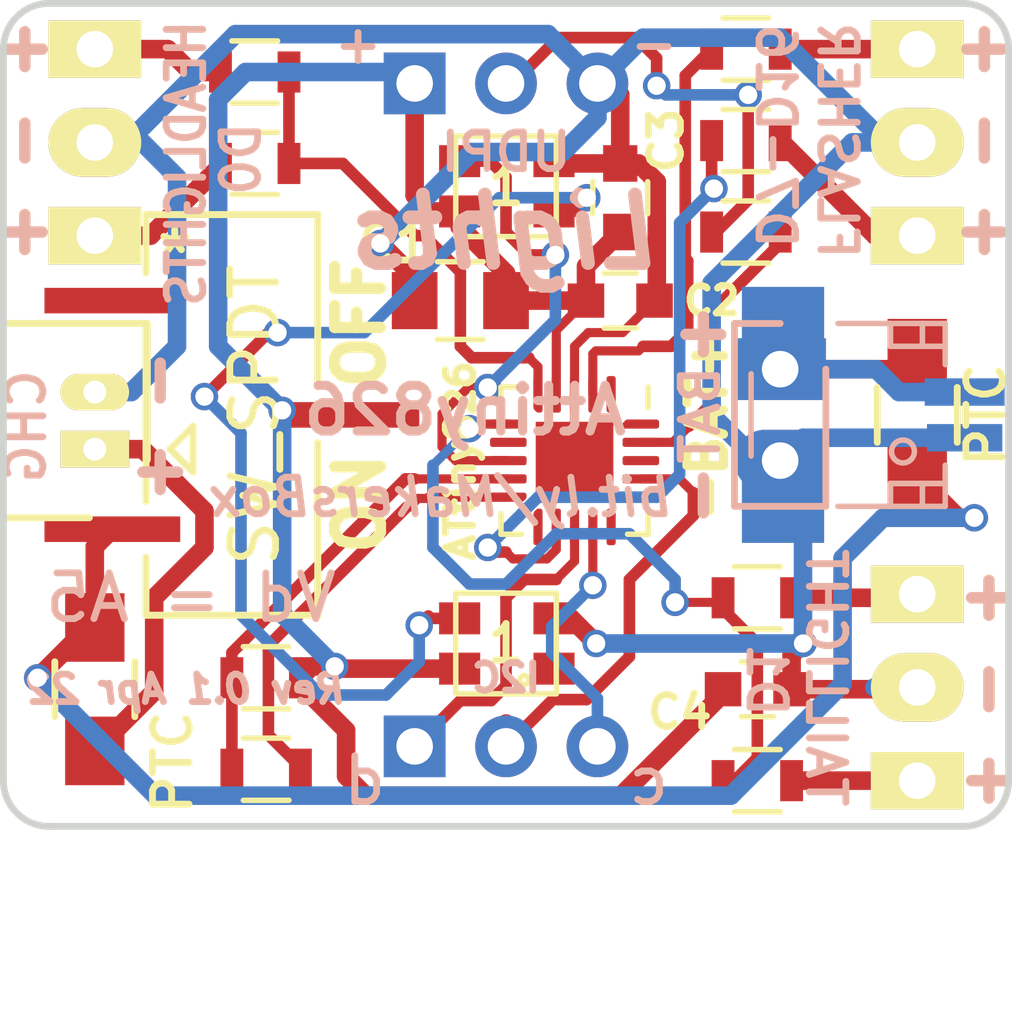
<source format=kicad_pcb>
(kicad_pcb (version 20171130) (host pcbnew "(5.1.10)-1")

  (general
    (thickness 1.6)
    (drawings 85)
    (tracks 277)
    (zones 0)
    (modules 27)
    (nets 25)
  )

  (page A)
  (title_block
    (title "HW ATtiny826")
    (date 2022-05-06)
    (rev 0.1)
    (company www.MakersBox.us)
    (comment 1 648.ken@gmail.com)
  )

  (layers
    (0 F.Cu signal hide)
    (31 B.Cu signal hide)
    (32 B.Adhes user hide)
    (33 F.Adhes user hide)
    (34 B.Paste user hide)
    (35 F.Paste user hide)
    (36 B.SilkS user hide)
    (37 F.SilkS user hide)
    (38 B.Mask user hide)
    (39 F.Mask user hide)
    (40 Dwgs.User user hide)
    (41 Cmts.User user hide)
    (42 Eco1.User user hide)
    (43 Eco2.User user hide)
    (44 Edge.Cuts user)
    (45 Margin user hide)
    (46 B.CrtYd user hide)
    (47 F.CrtYd user hide)
    (48 B.Fab user)
    (49 F.Fab user)
  )

  (setup
    (last_trace_width 0.2)
    (user_trace_width 0.254)
    (user_trace_width 0.3048)
    (user_trace_width 0.4064)
    (user_trace_width 0.6096)
    (trace_clearance 0.2)
    (zone_clearance 0.508)
    (zone_45_only no)
    (trace_min 0.2)
    (via_size 0.6)
    (via_drill 0.4)
    (via_min_size 0.4)
    (via_min_drill 0.3)
    (uvia_size 0.3)
    (uvia_drill 0.1)
    (uvias_allowed no)
    (uvia_min_size 0.2)
    (uvia_min_drill 0.1)
    (edge_width 0.15)
    (segment_width 0.2)
    (pcb_text_width 0.3)
    (pcb_text_size 1.5 1.5)
    (mod_edge_width 0.15)
    (mod_text_size 1 1)
    (mod_text_width 0.15)
    (pad_size 0.8 0.2)
    (pad_drill 0)
    (pad_to_mask_clearance 0)
    (aux_axis_origin 0 0)
    (visible_elements 7FFFFFFF)
    (pcbplotparams
      (layerselection 0x00030_80000001)
      (usegerberextensions false)
      (usegerberattributes true)
      (usegerberadvancedattributes true)
      (creategerberjobfile true)
      (excludeedgelayer true)
      (linewidth 0.100000)
      (plotframeref false)
      (viasonmask false)
      (mode 1)
      (useauxorigin false)
      (hpglpennumber 1)
      (hpglpenspeed 20)
      (hpglpendiameter 15.000000)
      (psnegative false)
      (psa4output false)
      (plotreference true)
      (plotvalue true)
      (plotinvisibletext false)
      (padsonsilk false)
      (subtractmaskfromsilk false)
      (outputformat 1)
      (mirror false)
      (drillshape 0)
      (scaleselection 1)
      (outputdirectory ""))
  )

  (net 0 "")
  (net 1 GND)
  (net 2 "Net-(J6-Pad1)")
  (net 3 VCC)
  (net 4 /D1)
  (net 5 "Net-(J6-Pad3)")
  (net 6 "Net-(F1-Pad1)")
  (net 7 "Net-(F1-Pad2)")
  (net 8 "Net-(F2-Pad1)")
  (net 9 "Net-(J5-Pad1)")
  (net 10 "Net-(J5-Pad3)")
  (net 11 "Net-(J7-Pad1)")
  (net 12 "Net-(J7-Pad3)")
  (net 13 /UPDI)
  (net 14 /D16)
  (net 15 /D7)
  (net 16 /D0)
  (net 17 "Net-(J4-Pad2)")
  (net 18 "Net-(D0-Pad1)")
  (net 19 /D4)
  (net 20 /SCL)
  (net 21 /SDA)
  (net 22 /D3)
  (net 23 /D5)
  (net 24 /D12)

  (net_class Default "This is the default net class."
    (clearance 0.2)
    (trace_width 0.2)
    (via_dia 0.6)
    (via_drill 0.4)
    (uvia_dia 0.3)
    (uvia_drill 0.1)
    (add_net /D0)
    (add_net /D1)
    (add_net /D12)
    (add_net /D16)
    (add_net /D3)
    (add_net /D4)
    (add_net /D5)
    (add_net /D7)
    (add_net /SCL)
    (add_net /SDA)
    (add_net /UPDI)
    (add_net GND)
    (add_net "Net-(D0-Pad1)")
    (add_net "Net-(F1-Pad1)")
    (add_net "Net-(F1-Pad2)")
    (add_net "Net-(F2-Pad1)")
    (add_net "Net-(J4-Pad2)")
    (add_net "Net-(J5-Pad1)")
    (add_net "Net-(J5-Pad3)")
    (add_net "Net-(J6-Pad1)")
    (add_net "Net-(J6-Pad3)")
    (add_net "Net-(J7-Pad1)")
    (add_net "Net-(J7-Pad3)")
    (add_net VCC)
  )

  (module footprints:R_0805_HandSoldering (layer F.Cu) (tedit 6270972F) (tstamp 624D13BB)
    (at 130 99 90)
    (descr "Resistor SMD 0805, hand soldering")
    (tags "resistor 0805")
    (path /6042844A)
    (attr smd)
    (fp_text reference F1 (at 0 0 180) (layer F.Fab)
      (effects (font (size 1 1) (thickness 0.15)))
    )
    (fp_text value PTC (at -1.6 1.7 270) (layer F.SilkS)
      (effects (font (size 0.8 0.8) (thickness 0.15)))
    )
    (fp_line (start 2.4 -1) (end -2.4 -1) (layer F.Fab) (width 0.12))
    (fp_line (start 2.4 1) (end 2.4 -1) (layer F.Fab) (width 0.12))
    (fp_line (start -2.4 1) (end 2.4 1) (layer F.Fab) (width 0.12))
    (fp_line (start -2.4 -1) (end -2.4 1) (layer F.Fab) (width 0.12))
    (fp_line (start -2.4 -1) (end 2.4 -1) (layer F.CrtYd) (width 0.05))
    (fp_line (start -2.4 1) (end 2.4 1) (layer F.CrtYd) (width 0.05))
    (fp_line (start -2.4 -1) (end -2.4 1) (layer F.CrtYd) (width 0.05))
    (fp_line (start 2.4 -1) (end 2.4 1) (layer F.CrtYd) (width 0.05))
    (fp_line (start 0.6 0.875) (end -0.6 0.875) (layer F.SilkS) (width 0.15))
    (fp_line (start -0.6 -0.875) (end 0.6 -0.875) (layer F.SilkS) (width 0.15))
    (pad 1 smd rect (at -1.35 0 90) (size 1.5 1.3) (layers F.Cu F.Paste F.Mask)
      (net 6 "Net-(F1-Pad1)"))
    (pad 2 smd rect (at 1.35 0 90) (size 1.5 1.3) (layers F.Cu F.Paste F.Mask)
      (net 7 "Net-(F1-Pad2)"))
    (model Resistors_SMD.3dshapes/R_0805_HandSoldering.wrl
      (at (xyz 0 0 0))
      (scale (xyz 1 1 1))
      (rotate (xyz 0 0 0))
    )
  )

  (module footprints:R_0805_HandSoldering (layer F.Cu) (tedit 627096BF) (tstamp 6042BFEF)
    (at 148 93 270)
    (descr "Resistor SMD 0805, hand soldering")
    (tags "resistor 0805")
    (path /604282C7)
    (attr smd)
    (fp_text reference F2 (at -0.5 0 90) (layer F.Fab)
      (effects (font (size 1 1) (thickness 0.15)))
    )
    (fp_text value PTC (at 0 -1.5 90) (layer F.SilkS)
      (effects (font (size 0.8 0.8) (thickness 0.15)))
    )
    (fp_line (start 2.4 -1) (end -2.4 -1) (layer F.Fab) (width 0.12))
    (fp_line (start 2.4 1) (end 2.4 -1) (layer F.Fab) (width 0.12))
    (fp_line (start -2.4 1) (end 2.4 1) (layer F.Fab) (width 0.12))
    (fp_line (start -2.4 -1) (end -2.4 1) (layer F.Fab) (width 0.12))
    (fp_line (start -2.4 -1) (end 2.4 -1) (layer F.CrtYd) (width 0.05))
    (fp_line (start -2.4 1) (end 2.4 1) (layer F.CrtYd) (width 0.05))
    (fp_line (start -2.4 -1) (end -2.4 1) (layer F.CrtYd) (width 0.05))
    (fp_line (start 2.4 -1) (end 2.4 1) (layer F.CrtYd) (width 0.05))
    (fp_line (start 0.6 0.875) (end -0.6 0.875) (layer F.SilkS) (width 0.15))
    (fp_line (start -0.6 -0.875) (end 0.6 -0.875) (layer F.SilkS) (width 0.15))
    (pad 1 smd rect (at -1.35 0 270) (size 1.5 1.3) (layers F.Cu F.Paste F.Mask)
      (net 8 "Net-(F2-Pad1)"))
    (pad 2 smd rect (at 1.35 0 270) (size 1.5 1.3) (layers F.Cu F.Paste F.Mask)
      (net 7 "Net-(F1-Pad2)"))
    (model Resistors_SMD.3dshapes/R_0805_HandSoldering.wrl
      (at (xyz 0 0 0))
      (scale (xyz 1 1 1))
      (rotate (xyz 0 0 0))
    )
  )

  (module footprints:R_0603 (layer F.Cu) (tedit 627094A2) (tstamp 625AFC6A)
    (at 144.5 97)
    (descr "Resistor SMD 0603, reflow soldering, Vishay (see dcrcw.pdf)")
    (tags "resistor 0603")
    (path /5EA727AD)
    (attr smd)
    (fp_text reference R5 (at 0 -1.45) (layer F.SilkS) hide
      (effects (font (size 1 1) (thickness 0.15)))
    )
    (fp_text value 100 (at 2 0) (layer F.Fab)
      (effects (font (size 0.6 0.6) (thickness 0.15)))
    )
    (fp_line (start -0.8 0.4) (end -0.8 -0.4) (layer F.Fab) (width 0.1))
    (fp_line (start 0.8 0.4) (end -0.8 0.4) (layer F.Fab) (width 0.1))
    (fp_line (start 0.8 -0.4) (end 0.8 0.4) (layer F.Fab) (width 0.1))
    (fp_line (start -0.8 -0.4) (end 0.8 -0.4) (layer F.Fab) (width 0.1))
    (fp_line (start 0.5 0.68) (end -0.5 0.68) (layer F.SilkS) (width 0.12))
    (fp_line (start -0.5 -0.68) (end 0.5 -0.68) (layer F.SilkS) (width 0.12))
    (fp_line (start -1.25 -0.7) (end 1.25 -0.7) (layer F.CrtYd) (width 0.05))
    (fp_line (start -1.25 -0.7) (end -1.25 0.7) (layer F.CrtYd) (width 0.05))
    (fp_line (start 1.25 0.7) (end 1.25 -0.7) (layer F.CrtYd) (width 0.05))
    (fp_line (start 1.25 0.7) (end -1.25 0.7) (layer F.CrtYd) (width 0.05))
    (fp_text user %R (at 0 0) (layer F.Fab)
      (effects (font (size 0.4 0.4) (thickness 0.075)))
    )
    (pad 1 smd rect (at -0.75 0) (size 0.5 0.9) (layers F.Cu F.Paste F.Mask)
      (net 4 /D1))
    (pad 2 smd rect (at 0.75 0) (size 0.5 0.9) (layers F.Cu F.Paste F.Mask)
      (net 5 "Net-(J6-Pad3)"))
    (model ${KISYS3DMOD}/Resistors_SMD.3dshapes/R_0603.wrl
      (at (xyz 0 0 0))
      (scale (xyz 1 1 1))
      (rotate (xyz 0 0 0))
    )
  )

  (module footprints:R_0603 (layer F.Cu) (tedit 627094A2) (tstamp 624A41DD)
    (at 133.5 87.5 180)
    (descr "Resistor SMD 0603, reflow soldering, Vishay (see dcrcw.pdf)")
    (tags "resistor 0603")
    (path /5EA726D2)
    (attr smd)
    (fp_text reference R3 (at 0 -1.45) (layer F.SilkS) hide
      (effects (font (size 1 1) (thickness 0.15)))
    )
    (fp_text value 100 (at 2 0) (layer F.Fab)
      (effects (font (size 0.6 0.6) (thickness 0.15)))
    )
    (fp_line (start -0.8 0.4) (end -0.8 -0.4) (layer F.Fab) (width 0.1))
    (fp_line (start 0.8 0.4) (end -0.8 0.4) (layer F.Fab) (width 0.1))
    (fp_line (start 0.8 -0.4) (end 0.8 0.4) (layer F.Fab) (width 0.1))
    (fp_line (start -0.8 -0.4) (end 0.8 -0.4) (layer F.Fab) (width 0.1))
    (fp_line (start 0.5 0.68) (end -0.5 0.68) (layer F.SilkS) (width 0.12))
    (fp_line (start -0.5 -0.68) (end 0.5 -0.68) (layer F.SilkS) (width 0.12))
    (fp_line (start -1.25 -0.7) (end 1.25 -0.7) (layer F.CrtYd) (width 0.05))
    (fp_line (start -1.25 -0.7) (end -1.25 0.7) (layer F.CrtYd) (width 0.05))
    (fp_line (start 1.25 0.7) (end 1.25 -0.7) (layer F.CrtYd) (width 0.05))
    (fp_line (start 1.25 0.7) (end -1.25 0.7) (layer F.CrtYd) (width 0.05))
    (fp_text user %R (at 0 0) (layer F.Fab)
      (effects (font (size 0.4 0.4) (thickness 0.075)))
    )
    (pad 1 smd rect (at -0.75 0 180) (size 0.5 0.9) (layers F.Cu F.Paste F.Mask)
      (net 16 /D0))
    (pad 2 smd rect (at 0.75 0 180) (size 0.5 0.9) (layers F.Cu F.Paste F.Mask)
      (net 10 "Net-(J5-Pad3)"))
    (model ${KISYS3DMOD}/Resistors_SMD.3dshapes/R_0603.wrl
      (at (xyz 0 0 0))
      (scale (xyz 1 1 1))
      (rotate (xyz 0 0 0))
    )
  )

  (module footprints:R_0603 (layer F.Cu) (tedit 627094A2) (tstamp 624D2781)
    (at 144.5 101)
    (descr "Resistor SMD 0603, reflow soldering, Vishay (see dcrcw.pdf)")
    (tags "resistor 0603")
    (path /5EA72763)
    (attr smd)
    (fp_text reference R4 (at 0 -1.45) (layer F.SilkS) hide
      (effects (font (size 1 1) (thickness 0.15)))
    )
    (fp_text value 100 (at 2 0) (layer F.Fab)
      (effects (font (size 0.6 0.6) (thickness 0.15)))
    )
    (fp_line (start -0.8 0.4) (end -0.8 -0.4) (layer F.Fab) (width 0.1))
    (fp_line (start 0.8 0.4) (end -0.8 0.4) (layer F.Fab) (width 0.1))
    (fp_line (start 0.8 -0.4) (end 0.8 0.4) (layer F.Fab) (width 0.1))
    (fp_line (start -0.8 -0.4) (end 0.8 -0.4) (layer F.Fab) (width 0.1))
    (fp_line (start 0.5 0.68) (end -0.5 0.68) (layer F.SilkS) (width 0.12))
    (fp_line (start -0.5 -0.68) (end 0.5 -0.68) (layer F.SilkS) (width 0.12))
    (fp_line (start -1.25 -0.7) (end 1.25 -0.7) (layer F.CrtYd) (width 0.05))
    (fp_line (start -1.25 -0.7) (end -1.25 0.7) (layer F.CrtYd) (width 0.05))
    (fp_line (start 1.25 0.7) (end 1.25 -0.7) (layer F.CrtYd) (width 0.05))
    (fp_line (start 1.25 0.7) (end -1.25 0.7) (layer F.CrtYd) (width 0.05))
    (fp_text user %R (at 0 0) (layer F.Fab)
      (effects (font (size 0.4 0.4) (thickness 0.075)))
    )
    (pad 1 smd rect (at -0.75 0) (size 0.5 0.9) (layers F.Cu F.Paste F.Mask)
      (net 4 /D1))
    (pad 2 smd rect (at 0.75 0) (size 0.5 0.9) (layers F.Cu F.Paste F.Mask)
      (net 2 "Net-(J6-Pad1)"))
    (model ${KISYS3DMOD}/Resistors_SMD.3dshapes/R_0603.wrl
      (at (xyz 0 0 0))
      (scale (xyz 1 1 1))
      (rotate (xyz 0 0 0))
    )
  )

  (module footprints:R_0603 (layer F.Cu) (tedit 627094A2) (tstamp 624A420D)
    (at 144.25 85)
    (descr "Resistor SMD 0603, reflow soldering, Vishay (see dcrcw.pdf)")
    (tags "resistor 0603")
    (path /6033C136)
    (attr smd)
    (fp_text reference R6 (at 0 -1.45) (layer F.SilkS) hide
      (effects (font (size 1 1) (thickness 0.15)))
    )
    (fp_text value 100 (at 1.75 0) (layer F.Fab)
      (effects (font (size 0.6 0.6) (thickness 0.15)))
    )
    (fp_line (start -0.8 0.4) (end -0.8 -0.4) (layer F.Fab) (width 0.1))
    (fp_line (start 0.8 0.4) (end -0.8 0.4) (layer F.Fab) (width 0.1))
    (fp_line (start 0.8 -0.4) (end 0.8 0.4) (layer F.Fab) (width 0.1))
    (fp_line (start -0.8 -0.4) (end 0.8 -0.4) (layer F.Fab) (width 0.1))
    (fp_line (start 0.5 0.68) (end -0.5 0.68) (layer F.SilkS) (width 0.12))
    (fp_line (start -0.5 -0.68) (end 0.5 -0.68) (layer F.SilkS) (width 0.12))
    (fp_line (start -1.25 -0.7) (end 1.25 -0.7) (layer F.CrtYd) (width 0.05))
    (fp_line (start -1.25 -0.7) (end -1.25 0.7) (layer F.CrtYd) (width 0.05))
    (fp_line (start 1.25 0.7) (end 1.25 -0.7) (layer F.CrtYd) (width 0.05))
    (fp_line (start 1.25 0.7) (end -1.25 0.7) (layer F.CrtYd) (width 0.05))
    (fp_text user %R (at 0 0) (layer F.Fab)
      (effects (font (size 0.4 0.4) (thickness 0.075)))
    )
    (pad 1 smd rect (at -0.75 0) (size 0.5 0.9) (layers F.Cu F.Paste F.Mask)
      (net 14 /D16))
    (pad 2 smd rect (at 0.75 0) (size 0.5 0.9) (layers F.Cu F.Paste F.Mask)
      (net 11 "Net-(J7-Pad1)"))
    (model ${KISYS3DMOD}/Resistors_SMD.3dshapes/R_0603.wrl
      (at (xyz 0 0 0))
      (scale (xyz 1 1 1))
      (rotate (xyz 0 0 0))
    )
  )

  (module footprints:R_0603 (layer F.Cu) (tedit 627094A2) (tstamp 624A421D)
    (at 144.25 87)
    (descr "Resistor SMD 0603, reflow soldering, Vishay (see dcrcw.pdf)")
    (tags "resistor 0603")
    (path /6033C13C)
    (attr smd)
    (fp_text reference R7 (at 0 -1.45) (layer F.SilkS) hide
      (effects (font (size 1 1) (thickness 0.15)))
    )
    (fp_text value 100 (at 1.75 2) (layer F.Fab)
      (effects (font (size 0.6 0.6) (thickness 0.15)))
    )
    (fp_line (start -0.8 0.4) (end -0.8 -0.4) (layer F.Fab) (width 0.1))
    (fp_line (start 0.8 0.4) (end -0.8 0.4) (layer F.Fab) (width 0.1))
    (fp_line (start 0.8 -0.4) (end 0.8 0.4) (layer F.Fab) (width 0.1))
    (fp_line (start -0.8 -0.4) (end 0.8 -0.4) (layer F.Fab) (width 0.1))
    (fp_line (start 0.5 0.68) (end -0.5 0.68) (layer F.SilkS) (width 0.12))
    (fp_line (start -0.5 -0.68) (end 0.5 -0.68) (layer F.SilkS) (width 0.12))
    (fp_line (start -1.25 -0.7) (end 1.25 -0.7) (layer F.CrtYd) (width 0.05))
    (fp_line (start -1.25 -0.7) (end -1.25 0.7) (layer F.CrtYd) (width 0.05))
    (fp_line (start 1.25 0.7) (end 1.25 -0.7) (layer F.CrtYd) (width 0.05))
    (fp_line (start 1.25 0.7) (end -1.25 0.7) (layer F.CrtYd) (width 0.05))
    (fp_text user %R (at 0 0) (layer F.Fab)
      (effects (font (size 0.4 0.4) (thickness 0.075)))
    )
    (pad 1 smd rect (at -0.75 0) (size 0.5 0.9) (layers F.Cu F.Paste F.Mask)
      (net 15 /D7))
    (pad 2 smd rect (at 0.75 0) (size 0.5 0.9) (layers F.Cu F.Paste F.Mask)
      (net 12 "Net-(J7-Pad3)"))
    (model ${KISYS3DMOD}/Resistors_SMD.3dshapes/R_0603.wrl
      (at (xyz 0 0 0))
      (scale (xyz 1 1 1))
      (rotate (xyz 0 0 0))
    )
  )

  (module footprints:R_0603 (layer F.Cu) (tedit 627094A2) (tstamp 624D0568)
    (at 144.25 89 180)
    (descr "Resistor SMD 0603, reflow soldering, Vishay (see dcrcw.pdf)")
    (tags "resistor 0603")
    (path /5B44E5C9)
    (attr smd)
    (fp_text reference R10 (at 0 -1.45) (layer F.SilkS) hide
      (effects (font (size 1 1) (thickness 0.15)))
    )
    (fp_text value 100 (at -1.75 2) (layer F.Fab)
      (effects (font (size 0.6 0.6) (thickness 0.15)))
    )
    (fp_line (start -0.8 0.4) (end -0.8 -0.4) (layer F.Fab) (width 0.1))
    (fp_line (start 0.8 0.4) (end -0.8 0.4) (layer F.Fab) (width 0.1))
    (fp_line (start 0.8 -0.4) (end 0.8 0.4) (layer F.Fab) (width 0.1))
    (fp_line (start -0.8 -0.4) (end 0.8 -0.4) (layer F.Fab) (width 0.1))
    (fp_line (start 0.5 0.68) (end -0.5 0.68) (layer F.SilkS) (width 0.12))
    (fp_line (start -0.5 -0.68) (end 0.5 -0.68) (layer F.SilkS) (width 0.12))
    (fp_line (start -1.25 -0.7) (end 1.25 -0.7) (layer F.CrtYd) (width 0.05))
    (fp_line (start -1.25 -0.7) (end -1.25 0.7) (layer F.CrtYd) (width 0.05))
    (fp_line (start 1.25 0.7) (end 1.25 -0.7) (layer F.CrtYd) (width 0.05))
    (fp_line (start 1.25 0.7) (end -1.25 0.7) (layer F.CrtYd) (width 0.05))
    (fp_text user %R (at 0 0) (layer F.Fab)
      (effects (font (size 0.4 0.4) (thickness 0.075)))
    )
    (pad 1 smd rect (at -0.75 0 180) (size 0.5 0.9) (layers F.Cu F.Paste F.Mask)
      (net 13 /UPDI))
    (pad 2 smd rect (at 0.75 0 180) (size 0.5 0.9) (layers F.Cu F.Paste F.Mask)
      (net 17 "Net-(J4-Pad2)"))
    (model ${KISYS3DMOD}/Resistors_SMD.3dshapes/R_0603.wrl
      (at (xyz 0 0 0))
      (scale (xyz 1 1 1))
      (rotate (xyz 0 0 0))
    )
  )

  (module footprints:R_0603 (layer F.Cu) (tedit 627094A2) (tstamp 624A423D)
    (at 133.5 85.5 180)
    (descr "Resistor SMD 0603, reflow soldering, Vishay (see dcrcw.pdf)")
    (tags "resistor 0603")
    (path /5EA72640)
    (attr smd)
    (fp_text reference R11 (at 0 -1.45) (layer F.SilkS) hide
      (effects (font (size 1 1) (thickness 0.15)))
    )
    (fp_text value 100 (at 2 0) (layer F.Fab)
      (effects (font (size 0.6 0.6) (thickness 0.15)))
    )
    (fp_line (start -0.8 0.4) (end -0.8 -0.4) (layer F.Fab) (width 0.1))
    (fp_line (start 0.8 0.4) (end -0.8 0.4) (layer F.Fab) (width 0.1))
    (fp_line (start 0.8 -0.4) (end 0.8 0.4) (layer F.Fab) (width 0.1))
    (fp_line (start -0.8 -0.4) (end 0.8 -0.4) (layer F.Fab) (width 0.1))
    (fp_line (start 0.5 0.68) (end -0.5 0.68) (layer F.SilkS) (width 0.12))
    (fp_line (start -0.5 -0.68) (end 0.5 -0.68) (layer F.SilkS) (width 0.12))
    (fp_line (start -1.25 -0.7) (end 1.25 -0.7) (layer F.CrtYd) (width 0.05))
    (fp_line (start -1.25 -0.7) (end -1.25 0.7) (layer F.CrtYd) (width 0.05))
    (fp_line (start 1.25 0.7) (end 1.25 -0.7) (layer F.CrtYd) (width 0.05))
    (fp_line (start 1.25 0.7) (end -1.25 0.7) (layer F.CrtYd) (width 0.05))
    (fp_text user %R (at 0 0) (layer F.Fab)
      (effects (font (size 0.4 0.4) (thickness 0.075)))
    )
    (pad 1 smd rect (at -0.75 0 180) (size 0.5 0.9) (layers F.Cu F.Paste F.Mask)
      (net 16 /D0))
    (pad 2 smd rect (at 0.75 0 180) (size 0.5 0.9) (layers F.Cu F.Paste F.Mask)
      (net 9 "Net-(J5-Pad1)"))
    (model ${KISYS3DMOD}/Resistors_SMD.3dshapes/R_0603.wrl
      (at (xyz 0 0 0))
      (scale (xyz 1 1 1))
      (rotate (xyz 0 0 0))
    )
  )

  (module footprints:WS2812B-2020 (layer F.Cu) (tedit 624D23AC) (tstamp 624D2208)
    (at 139 88)
    (descr https://cdn-shop.adafruit.com/product-files/2686/SK6812MINI_REV.01-1-2.pdf)
    (tags "LED RGB NeoPixel Mini")
    (path /624A44DE)
    (attr smd)
    (fp_text reference D0 (at 0 -1.8) (layer F.SilkS) hide
      (effects (font (size 0.8 0.8) (thickness 0.15)))
    )
    (fp_text value SK6812MINI (at 0 -5) (layer B.Fab)
      (effects (font (size 0.8 0.8) (thickness 0.15)))
    )
    (fp_line (start -1.1 -1.1) (end 1.1 -1.1) (layer F.SilkS) (width 0.12))
    (fp_line (start 1.1 0) (end 1.1 -1.1) (layer F.SilkS) (width 0.12))
    (fp_line (start 1.1 1.1) (end 1.1 0) (layer F.SilkS) (width 0.12))
    (fp_line (start 1.1 1.1) (end -1.1 1.1) (layer F.SilkS) (width 0.12))
    (fp_line (start -1.1 1.1) (end -1.1 0) (layer F.SilkS) (width 0.12))
    (fp_circle (center 0.4 0.8) (end 0.5 0.8) (layer F.SilkS) (width 0.12))
    (fp_line (start -1.1 0) (end -1.1 -1.1) (layer F.SilkS) (width 0.12))
    (fp_text user 1 (at 0 0) (layer F.SilkS)
      (effects (font (size 0.8 0.8) (thickness 0.15)))
    )
    (fp_text user %R (at 0 -2.5) (layer B.Fab)
      (effects (font (size 0.5 0.5) (thickness 0.1)))
    )
    (pad 1 smd rect (at 1.05 0.55) (size 0.9 0.7) (layers F.Cu F.Paste F.Mask)
      (net 18 "Net-(D0-Pad1)"))
    (pad 2 smd rect (at 1.05 -0.55) (size 0.9 0.7) (layers F.Cu F.Paste F.Mask)
      (net 1 GND))
    (pad 4 smd rect (at -1.015 0.55) (size 0.9 0.7) (layers F.Cu F.Paste F.Mask)
      (net 3 VCC))
    (pad 3 smd rect (at -1.015 -0.55) (size 0.9 0.7) (layers F.Cu F.Paste F.Mask)
      (net 22 /D3))
    (model ${KISYS3DMOD}/LED_SMD.3dshapes/LED_SK6812MINI_PLCC4_3.5x3.5mm_P1.75mm.wrl
      (at (xyz 0 0 0))
      (scale (xyz 1 1 1))
      (rotate (xyz 0 0 0))
    )
  )

  (module footprints:WS2812B-2020 (layer F.Cu) (tedit 624D2384) (tstamp 624D2218)
    (at 139 98)
    (descr https://cdn-shop.adafruit.com/product-files/2686/SK6812MINI_REV.01-1-2.pdf)
    (tags "LED RGB NeoPixel Mini")
    (path /624A7834)
    (attr smd)
    (fp_text reference D7 (at 0 -1.8 180) (layer F.SilkS) hide
      (effects (font (size 0.8 0.8) (thickness 0.15)))
    )
    (fp_text value SK6812MINI (at 0 5 180) (layer B.Fab)
      (effects (font (size 0.8 0.8) (thickness 0.15)))
    )
    (fp_line (start -1.1 0) (end -1.1 -1.1) (layer F.SilkS) (width 0.12))
    (fp_circle (center 0.4 0.8) (end 0.5 0.8) (layer F.SilkS) (width 0.12))
    (fp_line (start -1.1 1.1) (end -1.1 0) (layer F.SilkS) (width 0.12))
    (fp_line (start 1.1 1.1) (end -1.1 1.1) (layer F.SilkS) (width 0.12))
    (fp_line (start 1.1 1.1) (end 1.1 0) (layer F.SilkS) (width 0.12))
    (fp_line (start 1.1 0) (end 1.1 -1.1) (layer F.SilkS) (width 0.12))
    (fp_line (start -1.1 -1.1) (end 1.1 -1.1) (layer F.SilkS) (width 0.12))
    (fp_text user %R (at 0 2.5 180) (layer B.Fab)
      (effects (font (size 0.5 0.5) (thickness 0.1)))
    )
    (fp_text user 1 (at 0 0 180) (layer F.SilkS)
      (effects (font (size 0.8 0.8) (thickness 0.15)))
    )
    (pad 3 smd rect (at -1.015 -0.55) (size 0.9 0.7) (layers F.Cu F.Paste F.Mask)
      (net 18 "Net-(D0-Pad1)"))
    (pad 4 smd rect (at -1.015 0.55) (size 0.9 0.7) (layers F.Cu F.Paste F.Mask)
      (net 3 VCC))
    (pad 2 smd rect (at 1.05 -0.55) (size 0.9 0.7) (layers F.Cu F.Paste F.Mask)
      (net 1 GND))
    (pad 1 smd rect (at 1.05 0.55) (size 0.9 0.7) (layers F.Cu F.Paste F.Mask))
    (model ${KISYS3DMOD}/LED_SMD.3dshapes/LED_SK6812MINI_PLCC4_3.5x3.5mm_P1.75mm.wrl
      (at (xyz 0 0 0))
      (scale (xyz 1 1 1))
      (rotate (xyz 0 0 0))
    )
  )

  (module footprints:R_0603 (layer F.Cu) (tedit 624CEFCA) (tstamp 62364C3D)
    (at 133.75 98.75 180)
    (descr "Resistor SMD 0603, reflow soldering, Vishay (see dcrcw.pdf)")
    (tags "resistor 0603")
    (path /62366FAD)
    (attr smd)
    (fp_text reference R1 (at 0 -1.45) (layer F.SilkS) hide
      (effects (font (size 1 1) (thickness 0.15)))
    )
    (fp_text value 1 (at 1.25 0) (layer F.Fab)
      (effects (font (size 0.6 0.6) (thickness 0.15)))
    )
    (fp_line (start -0.8 0.4) (end -0.8 -0.4) (layer F.Fab) (width 0.1))
    (fp_line (start 0.8 0.4) (end -0.8 0.4) (layer F.Fab) (width 0.1))
    (fp_line (start 0.8 -0.4) (end 0.8 0.4) (layer F.Fab) (width 0.1))
    (fp_line (start -0.8 -0.4) (end 0.8 -0.4) (layer F.Fab) (width 0.1))
    (fp_line (start 0.5 0.68) (end -0.5 0.68) (layer F.SilkS) (width 0.12))
    (fp_line (start -0.5 -0.68) (end 0.5 -0.68) (layer F.SilkS) (width 0.12))
    (fp_line (start -1.25 -0.7) (end 1.25 -0.7) (layer F.CrtYd) (width 0.05))
    (fp_line (start -1.25 -0.7) (end -1.25 0.7) (layer F.CrtYd) (width 0.05))
    (fp_line (start 1.25 0.7) (end 1.25 -0.7) (layer F.CrtYd) (width 0.05))
    (fp_line (start 1.25 0.7) (end -1.25 0.7) (layer F.CrtYd) (width 0.05))
    (fp_text user %R (at 0 0) (layer F.Fab)
      (effects (font (size 0.4 0.4) (thickness 0.075)))
    )
    (pad 2 smd rect (at 0.75 0 180) (size 0.5 0.9) (layers F.Cu F.Paste F.Mask)
      (net 19 /D4))
    (pad 1 smd rect (at -0.75 0 180) (size 0.5 0.9) (layers F.Cu F.Paste F.Mask)
      (net 3 VCC))
    (model ${KISYS3DMOD}/Resistors_SMD.3dshapes/R_0603.wrl
      (at (xyz 0 0 0))
      (scale (xyz 1 1 1))
      (rotate (xyz 0 0 0))
    )
  )

  (module footprints:R_0603 (layer F.Cu) (tedit 624CEFCA) (tstamp 6271223F)
    (at 133.75 100.75)
    (descr "Resistor SMD 0603, reflow soldering, Vishay (see dcrcw.pdf)")
    (tags "resistor 0603")
    (path /62367648)
    (attr smd)
    (fp_text reference R2 (at 0 -1.45) (layer F.SilkS) hide
      (effects (font (size 1 1) (thickness 0.15)))
    )
    (fp_text value 2 (at -1.25 0) (layer F.Fab)
      (effects (font (size 0.6 0.6) (thickness 0.15)))
    )
    (fp_line (start -0.8 0.4) (end -0.8 -0.4) (layer F.Fab) (width 0.1))
    (fp_line (start 0.8 0.4) (end -0.8 0.4) (layer F.Fab) (width 0.1))
    (fp_line (start 0.8 -0.4) (end 0.8 0.4) (layer F.Fab) (width 0.1))
    (fp_line (start -0.8 -0.4) (end 0.8 -0.4) (layer F.Fab) (width 0.1))
    (fp_line (start 0.5 0.68) (end -0.5 0.68) (layer F.SilkS) (width 0.12))
    (fp_line (start -0.5 -0.68) (end 0.5 -0.68) (layer F.SilkS) (width 0.12))
    (fp_line (start -1.25 -0.7) (end 1.25 -0.7) (layer F.CrtYd) (width 0.05))
    (fp_line (start -1.25 -0.7) (end -1.25 0.7) (layer F.CrtYd) (width 0.05))
    (fp_line (start 1.25 0.7) (end 1.25 -0.7) (layer F.CrtYd) (width 0.05))
    (fp_line (start 1.25 0.7) (end -1.25 0.7) (layer F.CrtYd) (width 0.05))
    (fp_text user %R (at 0 0) (layer F.Fab)
      (effects (font (size 0.4 0.4) (thickness 0.075)))
    )
    (pad 2 smd rect (at 0.75 0) (size 0.5 0.9) (layers F.Cu F.Paste F.Mask)
      (net 23 /D5))
    (pad 1 smd rect (at -0.75 0) (size 0.5 0.9) (layers F.Cu F.Paste F.Mask)
      (net 19 /D4))
    (model ${KISYS3DMOD}/Resistors_SMD.3dshapes/R_0603.wrl
      (at (xyz 0 0 0))
      (scale (xyz 1 1 1))
      (rotate (xyz 0 0 0))
    )
  )

  (module footprints:C_0603 (layer F.Cu) (tedit 59958EE7) (tstamp 624A3B85)
    (at 141.5 88.25 90)
    (descr "Capacitor SMD 0603, reflow soldering, AVX (see smccp.pdf)")
    (tags "capacitor 0603")
    (path /624C081F)
    (attr smd)
    (fp_text reference C3 (at 1.25 1 270) (layer F.SilkS)
      (effects (font (size 0.7 0.7) (thickness 0.15)))
    )
    (fp_text value 1uF (at 2.25 0 90) (layer F.Fab)
      (effects (font (size 0.6 0.6) (thickness 0.15)))
    )
    (fp_line (start 1.4 0.65) (end -1.4 0.65) (layer F.CrtYd) (width 0.05))
    (fp_line (start 1.4 0.65) (end 1.4 -0.65) (layer F.CrtYd) (width 0.05))
    (fp_line (start -1.4 -0.65) (end -1.4 0.65) (layer F.CrtYd) (width 0.05))
    (fp_line (start -1.4 -0.65) (end 1.4 -0.65) (layer F.CrtYd) (width 0.05))
    (fp_line (start 0.35 0.6) (end -0.35 0.6) (layer F.SilkS) (width 0.12))
    (fp_line (start -0.35 -0.6) (end 0.35 -0.6) (layer F.SilkS) (width 0.12))
    (fp_line (start -0.8 -0.4) (end 0.8 -0.4) (layer F.Fab) (width 0.1))
    (fp_line (start 0.8 -0.4) (end 0.8 0.4) (layer F.Fab) (width 0.1))
    (fp_line (start 0.8 0.4) (end -0.8 0.4) (layer F.Fab) (width 0.1))
    (fp_line (start -0.8 0.4) (end -0.8 -0.4) (layer F.Fab) (width 0.1))
    (fp_text user %R (at 0 0 90) (layer F.Fab)
      (effects (font (size 0.3 0.3) (thickness 0.075)))
    )
    (pad 2 smd rect (at 0.75 0 90) (size 0.8 0.75) (layers F.Cu F.Paste F.Mask)
      (net 1 GND))
    (pad 1 smd rect (at -0.75 0 90) (size 0.8 0.75) (layers F.Cu F.Paste F.Mask)
      (net 3 VCC))
    (model Capacitors_SMD.3dshapes/C_0603.wrl
      (at (xyz 0 0 0))
      (scale (xyz 1 1 1))
      (rotate (xyz 0 0 0))
    )
  )

  (module footprints:C_0603 (layer F.Cu) (tedit 59958EE7) (tstamp 625AFD89)
    (at 144.5 99)
    (descr "Capacitor SMD 0603, reflow soldering, AVX (see smccp.pdf)")
    (tags "capacitor 0603")
    (path /624C29E1)
    (attr smd)
    (fp_text reference C4 (at -1.7 0.5) (layer F.SilkS)
      (effects (font (size 0.7 0.7) (thickness 0.15)))
    )
    (fp_text value 1uF (at 2.5 0) (layer F.Fab)
      (effects (font (size 0.8 0.8) (thickness 0.15)))
    )
    (fp_line (start -0.8 0.4) (end -0.8 -0.4) (layer F.Fab) (width 0.1))
    (fp_line (start 0.8 0.4) (end -0.8 0.4) (layer F.Fab) (width 0.1))
    (fp_line (start 0.8 -0.4) (end 0.8 0.4) (layer F.Fab) (width 0.1))
    (fp_line (start -0.8 -0.4) (end 0.8 -0.4) (layer F.Fab) (width 0.1))
    (fp_line (start -0.35 -0.6) (end 0.35 -0.6) (layer F.SilkS) (width 0.12))
    (fp_line (start 0.35 0.6) (end -0.35 0.6) (layer F.SilkS) (width 0.12))
    (fp_line (start -1.4 -0.65) (end 1.4 -0.65) (layer F.CrtYd) (width 0.05))
    (fp_line (start -1.4 -0.65) (end -1.4 0.65) (layer F.CrtYd) (width 0.05))
    (fp_line (start 1.4 0.65) (end 1.4 -0.65) (layer F.CrtYd) (width 0.05))
    (fp_line (start 1.4 0.65) (end -1.4 0.65) (layer F.CrtYd) (width 0.05))
    (fp_text user %R (at 0 0) (layer F.Fab)
      (effects (font (size 0.3 0.3) (thickness 0.075)))
    )
    (pad 1 smd rect (at -0.75 0) (size 0.8 0.75) (layers F.Cu F.Paste F.Mask)
      (net 3 VCC))
    (pad 2 smd rect (at 0.75 0) (size 0.8 0.75) (layers F.Cu F.Paste F.Mask)
      (net 1 GND))
    (model Capacitors_SMD.3dshapes/C_0603.wrl
      (at (xyz 0 0 0))
      (scale (xyz 1 1 1))
      (rotate (xyz 0 0 0))
    )
  )

  (module footprints:PIN_HEADER_LED (layer B.Cu) (tedit 6234EFD3) (tstamp 60357F5B)
    (at 145 92 180)
    (descr "Through hole straight pin header, 1x02, 2.00mm pitch, single row")
    (tags "Through hole pin header THT 1x02 2.00mm single row")
    (path /60347008)
    (fp_text reference J2 (at 0 2.06 180) (layer B.SilkS) hide
      (effects (font (size 1 1) (thickness 0.15)) (justify mirror))
    )
    (fp_text value BAT (at 1.75 -1 270) (layer B.SilkS)
      (effects (font (size 0.8 0.8) (thickness 0.15)) (justify mirror))
    )
    (fp_line (start -1 0) (end -1 -3) (layer B.SilkS) (width 0.15))
    (fp_line (start -1 -3) (end 1 -3) (layer B.SilkS) (width 0.15))
    (fp_line (start 1 -3) (end 1 1) (layer B.SilkS) (width 0.15))
    (fp_line (start 1 1) (end 0 1) (layer B.SilkS) (width 0.15))
    (fp_line (start -0.5 1) (end 1 1) (layer B.Fab) (width 0.1))
    (fp_line (start 1 1) (end 1 -3) (layer B.Fab) (width 0.1))
    (fp_line (start 1 -3) (end -1 -3) (layer B.Fab) (width 0.1))
    (fp_line (start -1 -3) (end -1 0.5) (layer B.Fab) (width 0.1))
    (fp_line (start -1 0.5) (end -0.5 1) (layer B.Fab) (width 0.1))
    (fp_line (start -1.5 1.5) (end -1.5 -3.5) (layer B.CrtYd) (width 0.05))
    (fp_line (start -1.5 -3.5) (end 1.5 -3.5) (layer B.CrtYd) (width 0.05))
    (fp_line (start 1.5 -3.5) (end 1.5 1.5) (layer B.CrtYd) (width 0.05))
    (fp_line (start 1.5 1.5) (end -1.5 1.5) (layer B.CrtYd) (width 0.05))
    (fp_text user %R (at 0 -1 90) (layer B.Fab)
      (effects (font (size 1 1) (thickness 0.15)) (justify mirror))
    )
    (pad 1 thru_hole rect (at 0 0 180) (size 2 1.35) (drill 0.8) (layers *.Cu *.Mask)
      (net 8 "Net-(F2-Pad1)"))
    (pad 2 thru_hole oval (at 0 -2 180) (size 2 1.35) (drill 0.8) (layers *.Cu *.Mask)
      (net 1 GND))
    (model ${KISYS3DMOD}/Pin_Headers.3dshapes/Pin_Header_Straight_1x02_Pitch2.00mm.wrl
      (at (xyz 0 0 0))
      (scale (xyz 1 1 1))
      (rotate (xyz 0 0 0))
    )
  )

  (module footprints:JST_SH_SM02B_hand_solder (layer B.Cu) (tedit 6041D3AA) (tstamp 60425510)
    (at 147 93 90)
    (descr http://www.jst-mfg.com/product/pdf/eng/eSH.pdf)
    (tags "connector jst sh")
    (path /6041C3A6)
    (attr smd)
    (fp_text reference J1 (at -0.5 4 90) (layer B.SilkS) hide
      (effects (font (size 1 1) (thickness 0.15)) (justify mirror))
    )
    (fp_text value JST-SH (at -1 -4 90) (layer B.Fab)
      (effects (font (size 1 1) (thickness 0.15)) (justify mirror))
    )
    (fp_circle (center -0.8 0.6875) (end -0.55 0.6875) (layer B.SilkS) (width 0.12))
    (fp_line (start -0.9 -2.6375) (end 0.9 -2.6375) (layer B.SilkS) (width 0.12))
    (fp_line (start -2 -0.7375) (end -2 1.6125) (layer B.SilkS) (width 0.12))
    (fp_line (start -2 1.6125) (end -1.1 1.6125) (layer B.SilkS) (width 0.12))
    (fp_line (start -1.5 1.6125) (end -1.5 0.4125) (layer B.SilkS) (width 0.12))
    (fp_line (start -1.5 0.4125) (end -1.5 0.4125) (layer B.SilkS) (width 0.12))
    (fp_line (start -1.5 0.4125) (end -1.5 1.6125) (layer B.SilkS) (width 0.12))
    (fp_line (start -1.5 1.6125) (end -1.5 1.6125) (layer B.SilkS) (width 0.12))
    (fp_line (start -1.5 1.1125) (end -1.5 1.1125) (layer B.SilkS) (width 0.12))
    (fp_line (start -1.5 1.1125) (end -2 1.1125) (layer B.SilkS) (width 0.12))
    (fp_line (start -2 1.1125) (end -2 1.1125) (layer B.SilkS) (width 0.12))
    (fp_line (start -2 1.1125) (end -1.5 1.1125) (layer B.SilkS) (width 0.12))
    (fp_line (start -1.5 0.4125) (end -1.5 0.4125) (layer B.SilkS) (width 0.12))
    (fp_line (start -1.5 0.4125) (end -2 0.4125) (layer B.SilkS) (width 0.12))
    (fp_line (start -2 0.4125) (end -2 0.4125) (layer B.SilkS) (width 0.12))
    (fp_line (start -2 0.4125) (end -1.5 0.4125) (layer B.SilkS) (width 0.12))
    (fp_line (start 2 -0.7375) (end 2 1.6125) (layer B.SilkS) (width 0.12))
    (fp_line (start 2 1.6125) (end 1.1 1.6125) (layer B.SilkS) (width 0.12))
    (fp_line (start 1.5 1.6125) (end 1.5 0.4125) (layer B.SilkS) (width 0.12))
    (fp_line (start 1.5 0.4125) (end 1.5 0.4125) (layer B.SilkS) (width 0.12))
    (fp_line (start 1.5 0.4125) (end 1.5 1.6125) (layer B.SilkS) (width 0.12))
    (fp_line (start 1.5 1.6125) (end 1.5 1.6125) (layer B.SilkS) (width 0.12))
    (fp_line (start 1.5 1.1125) (end 1.5 1.1125) (layer B.SilkS) (width 0.12))
    (fp_line (start 1.5 1.1125) (end 2 1.1125) (layer B.SilkS) (width 0.12))
    (fp_line (start 2 1.1125) (end 2 1.1125) (layer B.SilkS) (width 0.12))
    (fp_line (start 2 1.1125) (end 1.5 1.1125) (layer B.SilkS) (width 0.12))
    (fp_line (start 1.5 0.4125) (end 1.5 0.4125) (layer B.SilkS) (width 0.12))
    (fp_line (start 1.5 0.4125) (end 2 0.4125) (layer B.SilkS) (width 0.12))
    (fp_line (start 2 0.4125) (end 2 0.4125) (layer B.SilkS) (width 0.12))
    (fp_line (start 2 0.4125) (end 1.5 0.4125) (layer B.SilkS) (width 0.12))
    (fp_line (start -2.9 -3.35) (end -2.9 3.25) (layer B.CrtYd) (width 0.05))
    (fp_line (start -2.9 3.25) (end 2.9 3.25) (layer B.CrtYd) (width 0.05))
    (fp_line (start 2.9 3.25) (end 2.9 -3.35) (layer B.CrtYd) (width 0.05))
    (fp_line (start 2.9 -3.35) (end -2.9 -3.35) (layer B.CrtYd) (width 0.05))
    (pad 1 smd rect (at -0.5 2.0375 90) (size 0.6 1.65) (layers B.Cu B.Paste B.Mask)
      (net 1 GND))
    (pad 2 smd rect (at 0.5 2.0375 90) (size 0.6 1.75) (layers B.Cu B.Paste B.Mask)
      (net 8 "Net-(F2-Pad1)"))
    (pad 1 smd rect (at -2 -1.9375 90) (size 1.6 1.8) (layers B.Cu B.Paste B.Mask)
      (net 1 GND))
    (pad 2 smd rect (at 2 -1.9375 90) (size 1.6 1.8) (layers B.Cu B.Paste B.Mask)
      (net 8 "Net-(F2-Pad1)"))
  )

  (module footprints:Connector_Molex_PicoBlade_53047-0210 (layer F.Cu) (tedit 6041C13B) (tstamp 6033516F)
    (at 130 93.75 90)
    (descr "Molex PicoBlade 1.25mm shrouded header. Vertical. 2 ways")
    (path /5B7F07B5)
    (fp_text reference J3 (at 1 3.25 90) (layer F.SilkS) hide
      (effects (font (size 1 1) (thickness 0.15)))
    )
    (fp_text value CHG (at 0.5 -1.5 90) (layer B.SilkS)
      (effects (font (size 0.8 0.8) (thickness 0.15)) (justify mirror))
    )
    (fp_line (start -1.5 -0.12) (end -1.5 -2.05) (layer F.SilkS) (width 0.15))
    (fp_line (start -1.5 -2.05) (end 2.75 -2.05) (layer F.SilkS) (width 0.15))
    (fp_line (start 2.75 -2.05) (end 2.75 1.15) (layer F.SilkS) (width 0.15))
    (fp_line (start 2.75 1.15) (end -0.23 1.15) (layer F.SilkS) (width 0.15))
    (fp_line (start 0 1.65) (end 0.5 2.15) (layer F.SilkS) (width 0.15))
    (fp_line (start 0.5 2.15) (end -0.5 2.15) (layer F.SilkS) (width 0.15))
    (fp_line (start -0.5 2.15) (end 0 1.65) (layer F.SilkS) (width 0.15))
    (fp_line (start -0.23 1.15) (end -1.5 -0.12) (layer F.Fab) (width 0.2))
    (fp_line (start -1.5 -0.12) (end -1.5 -2.05) (layer F.Fab) (width 0.2))
    (fp_line (start -1.5 -2.05) (end 2.75 -2.05) (layer F.Fab) (width 0.2))
    (fp_line (start 2.75 -2.05) (end 2.75 1.15) (layer F.Fab) (width 0.2))
    (fp_line (start 2.75 1.15) (end -0.23 1.15) (layer F.Fab) (width 0.2))
    (pad 1 thru_hole rect (at 0 0 90) (size 0.8 1.5) (drill 0.5) (layers *.Cu *.Mask F.SilkS)
      (net 6 "Net-(F1-Pad1)"))
    (pad 2 thru_hole oval (at 1.25 0 90) (size 0.8 1.5) (drill 0.5) (layers *.Cu *.Mask F.SilkS)
      (net 1 GND))
    (model Connectors_Molex.3dshapes/Connector_Molex_PicoBlade_53047-0210.wrl
      (offset (xyz 0.6249923906135559 0 0))
      (scale (xyz 1 1 1))
      (rotate (xyz 0 0 180))
    )
  )

  (module footprints:JS102011SCQN (layer F.Cu) (tedit 6041C156) (tstamp 60333A88)
    (at 133 93)
    (path /5B9534D5)
    (fp_text reference SW1 (at 0 0) (layer F.SilkS) hide
      (effects (font (size 1 1) (thickness 0.15)))
    )
    (fp_text value SW_SPDT (at 0.5 0 270) (layer F.SilkS)
      (effects (font (size 1 1) (thickness 0.15)))
    )
    (fp_line (start -1.7526 -2.246) (end -1.7526 -2.754) (layer F.Fab) (width 0.1524))
    (fp_line (start -1.7526 -2.754) (end -3.7465 -2.754) (layer F.Fab) (width 0.1524))
    (fp_line (start -3.7465 -2.754) (end -3.7465 -2.246) (layer F.Fab) (width 0.1524))
    (fp_line (start -3.7465 -2.246) (end -1.7526 -2.246) (layer F.Fab) (width 0.1524))
    (fp_line (start -1.7526 2.754) (end -1.7526 2.246) (layer F.Fab) (width 0.1524))
    (fp_line (start -1.7526 2.246) (end -3.7465 2.246) (layer F.Fab) (width 0.1524))
    (fp_line (start -3.7465 2.246) (end -3.7465 2.754) (layer F.Fab) (width 0.1524))
    (fp_line (start -3.7465 2.754) (end -1.7526 2.754) (layer F.Fab) (width 0.1524))
    (fp_line (start 1.7526 -0.254) (end 1.7526 0.254) (layer F.Fab) (width 0.1524))
    (fp_line (start 1.7526 0.254) (end 3.7465 0.254) (layer F.Fab) (width 0.1524))
    (fp_line (start 3.7465 0.254) (end 3.7465 -0.254) (layer F.Fab) (width 0.1524))
    (fp_line (start 3.7465 -0.254) (end 1.7526 -0.254) (layer F.Fab) (width 0.1524))
    (fp_line (start -0.8001 0.8001) (end -0.8001 -0.8001) (layer F.Fab) (width 0.1524))
    (fp_line (start -0.8001 -0.8001) (end 0.8001 -0.8001) (layer F.Fab) (width 0.1524))
    (fp_line (start 0.8001 -0.8001) (end 0.8001 0.8001) (layer F.Fab) (width 0.1524))
    (fp_line (start 0.8001 0.8001) (end -0.8001 0.8001) (layer F.Fab) (width 0.1524))
    (fp_line (start -1.8796 4.3815) (end 1.8796 4.3815) (layer F.SilkS) (width 0.1524))
    (fp_line (start 1.8796 4.3815) (end 1.8796 0.61214) (layer F.SilkS) (width 0.1524))
    (fp_line (start 1.8796 -4.3815) (end -1.8796 -4.3815) (layer F.SilkS) (width 0.1524))
    (fp_line (start -1.8796 -4.3815) (end -1.8796 -3.11214) (layer F.SilkS) (width 0.1524))
    (fp_line (start -1.7526 4.2545) (end 1.7526 4.2545) (layer F.Fab) (width 0.1524))
    (fp_line (start 1.7526 4.2545) (end 1.7526 -4.2545) (layer F.Fab) (width 0.1524))
    (fp_line (start 1.7526 -4.2545) (end -1.7526 -4.2545) (layer F.Fab) (width 0.1524))
    (fp_line (start -1.7526 -4.2545) (end -1.7526 4.2545) (layer F.Fab) (width 0.1524))
    (fp_line (start -1.8796 -1.88786) (end -1.8796 1.88786) (layer F.SilkS) (width 0.1524))
    (fp_line (start -1.8796 3.11214) (end -1.8796 4.3815) (layer F.SilkS) (width 0.1524))
    (fp_line (start 1.8796 -0.61214) (end 1.8796 -4.3815) (layer F.SilkS) (width 0.1524))
    (fp_line (start -2.0066 4.5085) (end -2.0066 3.008) (layer F.CrtYd) (width 0.1524))
    (fp_line (start -2.0066 3.008) (end -4.2545 3.008) (layer F.CrtYd) (width 0.1524))
    (fp_line (start -4.2545 3.008) (end -4.2545 -3.008) (layer F.CrtYd) (width 0.1524))
    (fp_line (start -4.2545 -3.008) (end -2.0066 -3.008) (layer F.CrtYd) (width 0.1524))
    (fp_line (start -2.0066 -3.008) (end -2.0066 -4.5085) (layer F.CrtYd) (width 0.1524))
    (fp_line (start -2.0066 -4.5085) (end 2.0066 -4.5085) (layer F.CrtYd) (width 0.1524))
    (fp_line (start 2.0066 -4.5085) (end 2.0066 -3.008) (layer F.CrtYd) (width 0.1524))
    (fp_line (start 2.0066 -3.008) (end 4.2545 -3.008) (layer F.CrtYd) (width 0.1524))
    (fp_line (start 4.2545 -3.008) (end 4.2545 3.008) (layer F.CrtYd) (width 0.1524))
    (fp_line (start 4.2545 3.008) (end 2.0066 3.008) (layer F.CrtYd) (width 0.1524))
    (fp_line (start 2.0066 3.008) (end 2.0066 4.5085) (layer F.CrtYd) (width 0.1524))
    (fp_line (start 2.0066 4.5085) (end -2.0066 4.5085) (layer F.CrtYd) (width 0.1524))
    (fp_text user "Copyright 2016 Accelerated Designs. All rights reserved." (at 0 0) (layer Cmts.User)
      (effects (font (size 0.127 0.127) (thickness 0.002)))
    )
    (fp_text user * (at -1.25 -3.5) (layer F.SilkS)
      (effects (font (size 1 1) (thickness 0.15)))
    )
    (fp_text user * (at -1.3716 -2.6778) (layer F.Fab)
      (effects (font (size 1 1) (thickness 0.15)))
    )
    (fp_text user * (at -1.3716 -2.6778) (layer F.Fab)
      (effects (font (size 1 1) (thickness 0.15)))
    )
    (fp_text user * (at -1.25 -3.5) (layer F.SilkS)
      (effects (font (size 1 1) (thickness 0.15)))
    )
    (fp_arc (start 0 -4.2545) (end 0.3048 -4.2545) (angle 180) (layer F.Fab) (width 0.1524))
    (pad 1 smd rect (at -2.6162 -2.5) (size 2.9718 0.5588) (layers F.Cu F.Paste F.Mask))
    (pad 3 smd rect (at -2.6162 2.5) (size 2.9718 0.5588) (layers F.Cu F.Paste F.Mask)
      (net 7 "Net-(F1-Pad2)"))
    (pad 2 smd rect (at 2.6162 0) (size 2.9718 0.5588) (layers F.Cu F.Paste F.Mask)
      (net 3 VCC))
  )

  (module footprints:Pin_Header_THD_1x03 (layer F.Cu) (tedit 6234CA62) (tstamp 6034B440)
    (at 148 101 180)
    (descr "Through hole pin header")
    (tags "pin header")
    (path /6034517D)
    (fp_text reference J6 (at 0 -2 180) (layer F.Fab) hide
      (effects (font (size 1 1) (thickness 0.15)))
    )
    (fp_text value TL (at -3 0.5 270) (layer F.SilkS) hide
      (effects (font (size 1 1) (thickness 0.15)))
    )
    (fp_line (start -1.75 -1.75) (end -1.75 6.85) (layer F.CrtYd) (width 0.05))
    (fp_line (start 1.75 -1.75) (end 1.75 6.85) (layer F.CrtYd) (width 0.05))
    (fp_line (start -1.75 -1.75) (end 1.75 -1.75) (layer F.CrtYd) (width 0.05))
    (fp_line (start -1.75 6.85) (end 1.75 6.85) (layer F.CrtYd) (width 0.05))
    (pad 1 thru_hole rect (at 0 0 180) (size 2.032 1.25) (drill 0.8) (layers *.Cu *.Mask F.SilkS)
      (net 2 "Net-(J6-Pad1)"))
    (pad 2 thru_hole oval (at 0 2.04 180) (size 2.032 1.5) (drill 0.8) (layers *.Cu *.Mask F.SilkS)
      (net 1 GND))
    (pad 3 thru_hole rect (at 0 4.08 180) (size 2.032 1.25) (drill 0.8) (layers *.Cu *.Mask F.SilkS)
      (net 5 "Net-(J6-Pad3)"))
    (model Pin_Headers.3dshapes/Pin_Header_Straight_1x03.wrl
      (offset (xyz 0 -2.539999961853027 0))
      (scale (xyz 1 1 1))
      (rotate (xyz 0 0 90))
    )
  )

  (module footprints:Pin_Header_THD_1x03 (layer F.Cu) (tedit 6234CA6D) (tstamp 6034B435)
    (at 130 85)
    (descr "Through hole pin header")
    (tags "pin header")
    (path /6034473D)
    (fp_text reference J5 (at 0 -2.5) (layer F.Fab) hide
      (effects (font (size 1 1) (thickness 0.15)))
    )
    (fp_text value HL (at -3 1.5 270) (layer F.SilkS) hide
      (effects (font (size 1 1) (thickness 0.15)))
    )
    (fp_line (start -1.75 -1.75) (end -1.75 6.85) (layer F.CrtYd) (width 0.05))
    (fp_line (start 1.75 -1.75) (end 1.75 6.85) (layer F.CrtYd) (width 0.05))
    (fp_line (start -1.75 -1.75) (end 1.75 -1.75) (layer F.CrtYd) (width 0.05))
    (fp_line (start -1.75 6.85) (end 1.75 6.85) (layer F.CrtYd) (width 0.05))
    (pad 1 thru_hole rect (at 0 0) (size 2.032 1.25) (drill 0.8) (layers *.Cu *.Mask F.SilkS)
      (net 9 "Net-(J5-Pad1)"))
    (pad 2 thru_hole oval (at 0 2.04) (size 2.032 1.5) (drill 0.8) (layers *.Cu *.Mask F.SilkS)
      (net 1 GND))
    (pad 3 thru_hole rect (at 0 4.08) (size 2.032 1.25) (drill 0.8) (layers *.Cu *.Mask F.SilkS)
      (net 10 "Net-(J5-Pad3)"))
    (model Pin_Headers.3dshapes/Pin_Header_Straight_1x03.wrl
      (offset (xyz 0 -2.539999961853027 0))
      (scale (xyz 1 1 1))
      (rotate (xyz 0 0 90))
    )
  )

  (module footprints:C_0805 (layer F.Cu) (tedit 62351371) (tstamp 6234CF13)
    (at 138 90.5 180)
    (descr "Capacitor SMD 0805, reflow soldering, AVX (see smccp.pdf)")
    (tags "capacitor 0805")
    (path /5B3FF285)
    (attr smd)
    (fp_text reference C1 (at 1.45 1.25) (layer F.SilkS)
      (effects (font (size 0.8 0.8) (thickness 0.15)))
    )
    (fp_text value 10uF (at 1.5 1.5) (layer F.Fab)
      (effects (font (size 0.6 0.6) (thickness 0.15)))
    )
    (fp_line (start 1.75 0.87) (end -1.75 0.87) (layer F.CrtYd) (width 0.05))
    (fp_line (start 1.75 0.87) (end 1.75 -0.88) (layer F.CrtYd) (width 0.05))
    (fp_line (start -1.75 -0.88) (end -1.75 0.87) (layer F.CrtYd) (width 0.05))
    (fp_line (start -1.75 -0.88) (end 1.75 -0.88) (layer F.CrtYd) (width 0.05))
    (fp_line (start -0.5 0.85) (end 0.5 0.85) (layer F.SilkS) (width 0.12))
    (fp_line (start 0.5 -0.85) (end -0.5 -0.85) (layer F.SilkS) (width 0.12))
    (fp_line (start -1 -0.62) (end 1 -0.62) (layer F.Fab) (width 0.1))
    (fp_line (start 1 -0.62) (end 1 0.62) (layer F.Fab) (width 0.1))
    (fp_line (start 1 0.62) (end -1 0.62) (layer F.Fab) (width 0.1))
    (fp_line (start -1 0.62) (end -1 -0.62) (layer F.Fab) (width 0.1))
    (fp_text user %R (at 0 0) (layer F.Fab)
      (effects (font (size 0.6 0.6) (thickness 0.15)))
    )
    (pad 1 smd rect (at -1 0 180) (size 1 1.25) (layers F.Cu F.Paste F.Mask)
      (net 3 VCC))
    (pad 2 smd rect (at 1 0 180) (size 1 1.25) (layers F.Cu F.Paste F.Mask)
      (net 1 GND))
    (model Capacitors_SMD.3dshapes/C_0805.wrl
      (at (xyz 0 0 0))
      (scale (xyz 1 1 1))
      (rotate (xyz 0 0 0))
    )
  )

  (module footprints:C_0603 (layer F.Cu) (tedit 6234CA96) (tstamp 624D0FCE)
    (at 141.5 90.5)
    (descr "Capacitor SMD 0603, reflow soldering, AVX (see smccp.pdf)")
    (tags "capacitor 0603")
    (path /5B3FF331)
    (attr smd)
    (fp_text reference C2 (at 2 0) (layer F.SilkS)
      (effects (font (size 0.6 0.6) (thickness 0.15)))
    )
    (fp_text value 0.1uF (at 2.5 0) (layer F.Fab)
      (effects (font (size 0.6 0.6) (thickness 0.15)))
    )
    (fp_line (start -0.8 0.4) (end -0.8 -0.4) (layer F.Fab) (width 0.1))
    (fp_line (start 0.8 0.4) (end -0.8 0.4) (layer F.Fab) (width 0.1))
    (fp_line (start 0.8 -0.4) (end 0.8 0.4) (layer F.Fab) (width 0.1))
    (fp_line (start -0.8 -0.4) (end 0.8 -0.4) (layer F.Fab) (width 0.1))
    (fp_line (start -0.35 -0.6) (end 0.35 -0.6) (layer F.SilkS) (width 0.12))
    (fp_line (start 0.35 0.6) (end -0.35 0.6) (layer F.SilkS) (width 0.12))
    (fp_line (start -1.4 -0.65) (end 1.4 -0.65) (layer F.CrtYd) (width 0.05))
    (fp_line (start -1.4 -0.65) (end -1.4 0.65) (layer F.CrtYd) (width 0.05))
    (fp_line (start 1.4 0.65) (end 1.4 -0.65) (layer F.CrtYd) (width 0.05))
    (fp_line (start 1.4 0.65) (end -1.4 0.65) (layer F.CrtYd) (width 0.05))
    (fp_text user %R (at 0 0) (layer F.Fab)
      (effects (font (size 0.3 0.3) (thickness 0.075)))
    )
    (pad 2 smd rect (at 0.75 0) (size 0.8 0.75) (layers F.Cu F.Paste F.Mask)
      (net 1 GND))
    (pad 1 smd rect (at -0.75 0) (size 0.8 0.75) (layers F.Cu F.Paste F.Mask)
      (net 3 VCC))
    (model Capacitors_SMD.3dshapes/C_0603.wrl
      (at (xyz 0 0 0))
      (scale (xyz 1 1 1))
      (rotate (xyz 0 0 0))
    )
  )

  (module Package_DFN_QFN:VQFN-20-1EP_3x3mm_P0.4mm_EP1.7x1.7mm (layer F.Cu) (tedit 6234EF2E) (tstamp 624A3E7D)
    (at 140.5 94 270)
    (descr "VQFN, 20 Pin (http://ww1.microchip.com/downloads/en/DeviceDoc/20%20Lead%20VQFN%203x3x0_9mm_1_7EP%20U2B%20C04-21496a.pdf), generated with kicad-footprint-generator ipc_noLead_generator.py")
    (tags "VQFN NoLead")
    (path /62315021)
    (clearance 0.1)
    (attr smd)
    (fp_text reference U1 (at 2.5 -1) (layer F.SilkS) hide
      (effects (font (size 1 1) (thickness 0.15)))
    )
    (fp_text value ATtiny826 (at 0 2.5 90) (layer F.SilkS)
      (effects (font (size 0.6 0.6) (thickness 0.15)))
    )
    (fp_line (start 2.1 -2.1) (end -2.1 -2.1) (layer F.CrtYd) (width 0.05))
    (fp_line (start 2.1 2.1) (end 2.1 -2.1) (layer F.CrtYd) (width 0.05))
    (fp_line (start -2.1 2.1) (end 2.1 2.1) (layer F.CrtYd) (width 0.05))
    (fp_line (start -2.1 -2.1) (end -2.1 2.1) (layer F.CrtYd) (width 0.05))
    (fp_line (start -1.5 -0.75) (end -0.75 -1.5) (layer F.Fab) (width 0.1))
    (fp_line (start -1.5 1.5) (end -1.5 -0.75) (layer F.Fab) (width 0.1))
    (fp_line (start 1.5 1.5) (end -1.5 1.5) (layer F.Fab) (width 0.1))
    (fp_line (start 1.5 -1.5) (end 1.5 1.5) (layer F.Fab) (width 0.1))
    (fp_line (start -0.75 -1.5) (end 1.5 -1.5) (layer F.Fab) (width 0.1))
    (fp_line (start -1.16 -1.61) (end -1.61 -1.61) (layer F.SilkS) (width 0.12))
    (fp_line (start 1.61 1.61) (end 1.61 1.16) (layer F.SilkS) (width 0.12))
    (fp_line (start 1.16 1.61) (end 1.61 1.61) (layer F.SilkS) (width 0.12))
    (fp_line (start -1.61 1.61) (end -1.61 1.16) (layer F.SilkS) (width 0.12))
    (fp_line (start -1.16 1.61) (end -1.61 1.61) (layer F.SilkS) (width 0.12))
    (fp_line (start 1.61 -1.61) (end 1.61 -1.16) (layer F.SilkS) (width 0.12))
    (fp_line (start 1.16 -1.61) (end 1.61 -1.61) (layer F.SilkS) (width 0.12))
    (fp_text user %R (at 0 0 270) (layer F.Fab)
      (effects (font (size 0.75 0.75) (thickness 0.11)))
    )
    (pad 1 smd custom (at -1.45 -0.8 270) (size 0.143431 0.143431) (layers F.Cu F.Paste F.Mask)
      (options (clearance outline) (anchor circle))
      (primitives
        (gr_poly (pts
           (xy -0.35 -0.05) (xy 0.299289 -0.05) (xy 0.35 0.000711) (xy 0.35 0.05) (xy -0.35 0.05)
) (width 0.1))
      ))
    (pad 2 smd roundrect (at -1.45 -0.4 270) (size 0.8 0.2) (layers F.Cu F.Paste F.Mask) (roundrect_rratio 0.25)
      (net 14 /D16))
    (pad 3 smd roundrect (at -1.45 0 270) (size 0.8 0.2) (layers F.Cu F.Paste F.Mask) (roundrect_rratio 0.25)
      (net 1 GND))
    (pad 4 smd roundrect (at -1.45 0.4 270) (size 0.8 0.2) (layers F.Cu F.Paste F.Mask) (roundrect_rratio 0.25)
      (net 3 VCC))
    (pad 5 smd custom (at -1.45 0.8 270) (size 0.143431 0.143431) (layers F.Cu F.Paste F.Mask)
      (net 16 /D0)
      (options (clearance outline) (anchor circle))
      (primitives
        (gr_poly (pts
           (xy -0.35 -0.05) (xy 0.35 -0.05) (xy 0.35 -0.000711) (xy 0.299289 0.05) (xy -0.35 0.05)
) (width 0.1))
      ))
    (pad 6 smd custom (at -0.8 1.45 270) (size 0.143431 0.143431) (layers F.Cu F.Paste F.Mask)
      (net 4 /D1)
      (options (clearance outline) (anchor circle))
      (primitives
        (gr_poly (pts
           (xy -0.05 -0.299289) (xy 0.000711 -0.35) (xy 0.05 -0.35) (xy 0.05 0.35) (xy -0.05 0.35)
) (width 0.1))
      ))
    (pad 7 smd roundrect (at -0.4 1.45 270) (size 0.2 0.8) (layers F.Cu F.Paste F.Mask) (roundrect_rratio 0.25))
    (pad 8 smd roundrect (at 0 1.45 270) (size 0.2 0.8) (layers F.Cu F.Paste F.Mask) (roundrect_rratio 0.25)
      (net 22 /D3))
    (pad 9 smd roundrect (at 0.4 1.45 270) (size 0.2 0.8) (layers F.Cu F.Paste F.Mask) (roundrect_rratio 0.25)
      (net 19 /D4))
    (pad 10 smd custom (at 0.8 1.45 270) (size 0.143431 0.143431) (layers F.Cu F.Paste F.Mask)
      (net 23 /D5)
      (options (clearance outline) (anchor circle))
      (primitives
        (gr_poly (pts
           (xy -0.05 -0.35) (xy -0.000711 -0.35) (xy 0.05 -0.299289) (xy 0.05 0.35) (xy -0.05 0.35)
) (width 0.1))
      ))
    (pad 11 smd custom (at 1.45 0.8 270) (size 0.143431 0.143431) (layers F.Cu F.Paste F.Mask)
      (options (clearance outline) (anchor circle))
      (primitives
        (gr_poly (pts
           (xy -0.35 -0.05) (xy 0.35 -0.05) (xy 0.35 0.05) (xy -0.299289 0.05) (xy -0.35 -0.000711)
) (width 0.1))
      ))
    (pad 12 smd roundrect (at 1.45 0.4 270) (size 0.8 0.2) (layers F.Cu F.Paste F.Mask) (roundrect_rratio 0.25)
      (net 15 /D7))
    (pad 13 smd roundrect (at 1.45 0 270) (size 0.8 0.2) (layers F.Cu F.Paste F.Mask) (roundrect_rratio 0.25)
      (net 21 /SDA))
    (pad 14 smd roundrect (at 1.45 -0.4 270) (size 0.8 0.2) (layers F.Cu F.Paste F.Mask) (roundrect_rratio 0.25)
      (net 20 /SCL))
    (pad 15 smd custom (at 1.45 -0.8 270) (size 0.143431 0.143431) (layers F.Cu F.Paste F.Mask)
      (options (clearance outline) (anchor circle))
      (primitives
        (gr_poly (pts
           (xy -0.35 0.000711) (xy -0.299289 -0.05) (xy 0.35 -0.05) (xy 0.35 0.05) (xy -0.35 0.05)
) (width 0.1))
      ))
    (pad 16 smd custom (at 0.8 -1.45 270) (size 0.143431 0.143431) (layers F.Cu F.Paste F.Mask)
      (options (clearance outline) (anchor circle))
      (primitives
        (gr_poly (pts
           (xy -0.05 -0.35) (xy 0.05 -0.35) (xy 0.05 0.299289) (xy -0.000711 0.35) (xy -0.05 0.35)
) (width 0.1))
      ))
    (pad 17 smd roundrect (at 0.4 -1.45 270) (size 0.2 0.8) (layers F.Cu F.Paste F.Mask) (roundrect_rratio 0.25)
      (net 24 /D12))
    (pad 18 smd roundrect (at 0 -1.45 270) (size 0.2 0.8) (layers F.Cu F.Paste F.Mask) (roundrect_rratio 0.25))
    (pad 19 smd roundrect (at -0.4 -1.45 270) (size 0.2 0.8) (layers F.Cu F.Paste F.Mask) (roundrect_rratio 0.25)
      (net 13 /UPDI))
    (pad 20 smd custom (at -0.8 -1.45 270) (size 0.143431 0.143431) (layers F.Cu F.Paste F.Mask)
      (options (clearance outline) (anchor circle))
      (primitives
        (gr_poly (pts
           (xy -0.05 -0.35) (xy 0.05 -0.35) (xy 0.05 0.35) (xy 0.000711 0.35) (xy -0.05 0.299289)
) (width 0.1))
      ))
    (pad 21 smd rect (at 0 0 270) (size 1.7 1.7) (layers F.Cu F.Mask)
      (net 1 GND))
    (pad "" smd roundrect (at -0.425 -0.425 270) (size 0.69 0.69) (layers F.Paste) (roundrect_rratio 0.25))
    (pad "" smd roundrect (at -0.425 0.425 270) (size 0.69 0.69) (layers F.Paste) (roundrect_rratio 0.25))
    (pad "" smd roundrect (at 0.425 -0.425 270) (size 0.69 0.69) (layers F.Paste) (roundrect_rratio 0.25))
    (pad "" smd roundrect (at 0.425 0.425 270) (size 0.69 0.69) (layers F.Paste) (roundrect_rratio 0.25))
    (model ${KISYS3DMOD}/Package_DFN_QFN.3dshapes/VQFN-20-1EP_3x3mm_P0.4mm_EP1.7x1.7mm.wrl
      (at (xyz 0 0 0))
      (scale (xyz 1 1 1))
      (rotate (xyz 0 0 0))
    )
  )

  (module footprints:Pin_Header_THD_1x03 (layer F.Cu) (tedit 6034697E) (tstamp 62351FB3)
    (at 148 85)
    (descr "Through hole pin header")
    (tags "pin header")
    (path /603453CB)
    (fp_text reference J7 (at -0.5 -2.5) (layer F.Fab) hide
      (effects (font (size 1 1) (thickness 0.15)))
    )
    (fp_text value FL (at 2 2 90) (layer F.SilkS) hide
      (effects (font (size 1 1) (thickness 0.15)))
    )
    (fp_line (start -1.75 6.85) (end 1.75 6.85) (layer F.CrtYd) (width 0.05))
    (fp_line (start -1.75 -1.75) (end 1.75 -1.75) (layer F.CrtYd) (width 0.05))
    (fp_line (start 1.75 -1.75) (end 1.75 6.85) (layer F.CrtYd) (width 0.05))
    (fp_line (start -1.75 -1.75) (end -1.75 6.85) (layer F.CrtYd) (width 0.05))
    (pad 1 thru_hole rect (at 0 0) (size 2.032 1.25) (drill 0.8) (layers *.Cu *.Mask F.SilkS)
      (net 11 "Net-(J7-Pad1)"))
    (pad 2 thru_hole oval (at 0 2.04) (size 2.032 1.5) (drill 0.8) (layers *.Cu *.Mask F.SilkS)
      (net 1 GND))
    (pad 3 thru_hole rect (at 0 4.08) (size 2.032 1.25) (drill 0.8) (layers *.Cu *.Mask F.SilkS)
      (net 12 "Net-(J7-Pad3)"))
    (model Pin_Headers.3dshapes/Pin_Header_Straight_1x03.wrl
      (offset (xyz 0 -2.539999961853027 0))
      (scale (xyz 1 1 1))
      (rotate (xyz 0 0 90))
    )
  )

  (module footprints:PinHeader_1x03_P2.00mm_Vertical (layer B.Cu) (tedit 624D22E6) (tstamp 625AF1CC)
    (at 137 85.75 270)
    (descr "Through hole straight pin header, 1x03, 2.00mm pitch, single row")
    (tags "Through hole pin header THT 1x03 2.00mm single row")
    (path /623F35D1)
    (fp_text reference J4 (at 0 2.06 90) (layer B.SilkS) hide
      (effects (font (size 1 1) (thickness 0.15)) (justify mirror))
    )
    (fp_text value UDPI (at 1.5 -2 180) (layer B.SilkS)
      (effects (font (size 0.8 0.8) (thickness 0.15)) (justify mirror))
    )
    (fp_line (start 1.5 1.5) (end -1.5 1.5) (layer B.CrtYd) (width 0.05))
    (fp_line (start 1.5 -5.5) (end 1.5 1.5) (layer B.CrtYd) (width 0.05))
    (fp_line (start -1.5 -5.5) (end 1.5 -5.5) (layer B.CrtYd) (width 0.05))
    (fp_line (start -1.5 1.5) (end -1.5 -5.5) (layer B.CrtYd) (width 0.05))
    (fp_line (start -1 0.5) (end -0.5 1) (layer B.Fab) (width 0.1))
    (fp_line (start -1 -5) (end -1 0.5) (layer B.Fab) (width 0.1))
    (fp_line (start 1 -5) (end -1 -5) (layer B.Fab) (width 0.1))
    (fp_line (start 1 1) (end 1 -5) (layer B.Fab) (width 0.1))
    (fp_line (start -0.5 1) (end 1 1) (layer B.Fab) (width 0.1))
    (fp_text user %R (at 0 -2 180) (layer B.Fab)
      (effects (font (size 1 1) (thickness 0.15)) (justify mirror))
    )
    (pad 3 thru_hole oval (at 0 -4 270) (size 1.35 1.35) (drill 0.8) (layers *.Cu *.Mask)
      (net 1 GND))
    (pad 2 thru_hole oval (at 0 -2 270) (size 1.35 1.35) (drill 0.8) (layers *.Cu *.Mask)
      (net 17 "Net-(J4-Pad2)"))
    (pad 1 thru_hole rect (at 0 0 270) (size 1.35 1.35) (drill 0.8) (layers *.Cu *.Mask)
      (net 3 VCC))
    (model ${KISYS3DMOD}/Connector_PinHeader_2.00mm.3dshapes/PinHeader_1x03_P2.00mm_Vertical.wrl
      (at (xyz 0 0 0))
      (scale (xyz 1 1 1))
      (rotate (xyz 0 0 0))
    )
  )

  (module footprints:PinHeader_1x03_P2.00mm_Vertical (layer B.Cu) (tedit 624D22E6) (tstamp 625AF103)
    (at 137 100.25 270)
    (descr "Through hole straight pin header, 1x03, 2.00mm pitch, single row")
    (tags "Through hole pin header THT 1x03 2.00mm single row")
    (path /625B2420)
    (fp_text reference J8 (at 0 2.06 270) (layer B.SilkS) hide
      (effects (font (size 1 1) (thickness 0.15)) (justify mirror))
    )
    (fp_text value I2C (at -1.5 -2) (layer B.SilkS)
      (effects (font (size 0.6 0.6) (thickness 0.15)) (justify mirror))
    )
    (fp_line (start -0.5 1) (end 1 1) (layer B.Fab) (width 0.1))
    (fp_line (start 1 1) (end 1 -5) (layer B.Fab) (width 0.1))
    (fp_line (start 1 -5) (end -1 -5) (layer B.Fab) (width 0.1))
    (fp_line (start -1 -5) (end -1 0.5) (layer B.Fab) (width 0.1))
    (fp_line (start -1 0.5) (end -0.5 1) (layer B.Fab) (width 0.1))
    (fp_line (start -1.5 1.5) (end -1.5 -5.5) (layer B.CrtYd) (width 0.05))
    (fp_line (start -1.5 -5.5) (end 1.5 -5.5) (layer B.CrtYd) (width 0.05))
    (fp_line (start 1.5 -5.5) (end 1.5 1.5) (layer B.CrtYd) (width 0.05))
    (fp_line (start 1.5 1.5) (end -1.5 1.5) (layer B.CrtYd) (width 0.05))
    (fp_text user %R (at 0 -2) (layer B.Fab)
      (effects (font (size 1 1) (thickness 0.15)) (justify mirror))
    )
    (pad 3 thru_hole oval (at 0 -4 270) (size 1.35 1.35) (drill 0.8) (layers *.Cu *.Mask)
      (net 20 /SCL))
    (pad 2 thru_hole oval (at 0 -2 270) (size 1.35 1.35) (drill 0.8) (layers *.Cu *.Mask)
      (net 24 /D12))
    (pad 1 thru_hole rect (at 0 0 270) (size 1.35 1.35) (drill 0.8) (layers *.Cu *.Mask)
      (net 21 /SDA))
    (model ${KISYS3DMOD}/Connector_PinHeader_2.00mm.3dshapes/PinHeader_1x03_P2.00mm_Vertical.wrl
      (at (xyz 0 0 0))
      (scale (xyz 1 1 1))
      (rotate (xyz 0 0 0))
    )
  )

  (gr_text "HW Attiny826 V1" (at 140.5 105.5) (layer F.Fab)
    (effects (font (size 1 1) (thickness 0.15)))
  )
  (gr_line (start 139 100.5) (end 139 85.5) (layer Dwgs.User) (width 0.15) (tstamp 625AF7B0))
  (gr_text Attiny826 (at 138.1 92.9) (layer B.SilkS) (tstamp 625AF7CB)
    (effects (font (size 1 1) (thickness 0.2)) (justify mirror))
  )
  (gr_text "c       d" (at 139 101) (layer B.SilkS)
    (effects (font (size 1 1) (thickness 0.15)) (justify mirror))
  )
  (gr_text "Drill\n5/32\"" (at 130.5 99.5) (layer Dwgs.User) (tstamp 62363E0B)
    (effects (font (size 1.25 1.25) (thickness 0.3)) (justify left))
  )
  (gr_line (start 149 87) (end 130 87) (layer Dwgs.User) (width 0.15) (tstamp 624519B5))
  (gr_line (start 130 99) (end 149 99) (layer Dwgs.User) (width 0.15) (tstamp 624D2562))
  (gr_arc (start 149 100) (end 149 101) (angle -180) (layer Dwgs.User) (width 0.15))
  (gr_arc (start 130 100) (end 130 99) (angle -180) (layer Dwgs.User) (width 0.15))
  (gr_arc (start 149 86) (end 149 87) (angle -180) (layer Dwgs.User) (width 0.15))
  (gr_arc (start 130 86) (end 130 85) (angle -180) (layer Dwgs.User) (width 0.15))
  (gr_line (start 130 101) (end 149 101) (layer Dwgs.User) (width 0.15) (tstamp 624D14F1))
  (gr_line (start 130 85) (end 149 85) (layer Dwgs.User) (width 0.15) (tstamp 624519B2))
  (gr_text "Vd = A5" (at 132.1 97) (layer B.SilkS)
    (effects (font (size 1 1) (thickness 0.15)) (justify mirror))
  )
  (gr_text "- Print template out on 8.5x11\" paper, no scaling.\n- Cut outline and locate in chassis.\n- Mark and drill holes (some are optional).\n- Cut / file open square chg/swich port to fit." (at 106.25 74.25) (layer Dwgs.User)
    (effects (font (size 2 2) (thickness 0.25)) (justify left))
  )
  (dimension 22 (width 0.15) (layer Dwgs.User)
    (gr_text "22 mm" (at 139 105.8) (layer Dwgs.User)
      (effects (font (size 1 1) (thickness 0.15)))
    )
    (feature1 (pts (xy 150 101) (xy 150 105.086421)))
    (feature2 (pts (xy 128 101) (xy 128 105.086421)))
    (crossbar (pts (xy 128 104.5) (xy 150 104.5)))
    (arrow1a (pts (xy 150 104.5) (xy 148.873496 105.086421)))
    (arrow1b (pts (xy 150 104.5) (xy 148.873496 103.913579)))
    (arrow2a (pts (xy 128 104.5) (xy 129.126504 105.086421)))
    (arrow2b (pts (xy 128 104.5) (xy 129.126504 103.913579)))
  )
  (dimension 18 (width 0.15) (layer Dwgs.User)
    (gr_text "18 mm" (at 124.7 93 -90) (layer Dwgs.User)
      (effects (font (size 1 1) (thickness 0.15)))
    )
    (feature1 (pts (xy 129 102) (xy 125.413579 102)))
    (feature2 (pts (xy 129 84) (xy 125.413579 84)))
    (crossbar (pts (xy 126 84) (xy 126 102)))
    (arrow1a (pts (xy 126 102) (xy 125.413579 100.873496)))
    (arrow1b (pts (xy 126 102) (xy 126.586421 100.873496)))
    (arrow2a (pts (xy 126 84) (xy 125.413579 85.126504)))
    (arrow2b (pts (xy 126 84) (xy 126.586421 85.126504)))
  )
  (gr_text "UDPI\nHDR (opt)" (at 145 99 90) (layer Dwgs.User)
    (effects (font (size 1 1) (thickness 0.15)) (justify left))
  )
  (gr_text SWITCH (at 136 93.5 90) (layer Dwgs.User)
    (effects (font (size 1 1) (thickness 0.15)))
  )
  (gr_text CHG (at 129.5 97.5 90) (layer Dwgs.User)
    (effects (font (size 1 1) (thickness 0.15)))
  )
  (gr_text "LEDs (opt)" (at 139 93 90) (layer Dwgs.User) (tstamp 624D32F9)
    (effects (font (size 1 1) (thickness 0.15)))
  )
  (gr_line (start 142 97) (end 136 97) (angle 90) (layer Dwgs.User) (width 0.15))
  (gr_line (start 142 99) (end 142 97) (angle 90) (layer Dwgs.User) (width 0.15))
  (gr_line (start 136 99) (end 142 99) (angle 90) (layer Dwgs.User) (width 0.15))
  (gr_line (start 136 97) (end 136 99) (angle 90) (layer Dwgs.User) (width 0.15))
  (gr_circle (center 139 88) (end 139 86) (layer Dwgs.User) (width 0.15))
  (gr_circle (center 139 98) (end 139 96) (layer Dwgs.User) (width 0.15))
  (gr_line (start 138.5 86) (end 139.5 86) (angle 90) (layer Dwgs.User) (width 0.15))
  (gr_line (start 139 85.5) (end 139 86.5) (angle 90) (layer Dwgs.User) (width 0.15))
  (gr_line (start 138.5 100) (end 139.5 100) (angle 90) (layer Dwgs.User) (width 0.15))
  (gr_line (start 139 100.5) (end 139 99.5) (angle 90) (layer Dwgs.User) (width 0.15))
  (gr_text D0 (at 133.2 87.4 90) (layer B.SilkS) (tstamp 62352237)
    (effects (font (size 0.8 0.8) (thickness 0.15)) (justify mirror))
  )
  (gr_text D7-D16 (at 144.9 86.9 -90) (layer B.SilkS) (tstamp 623521E7)
    (effects (font (size 0.8 0.8) (thickness 0.15)) (justify mirror))
  )
  (gr_text D1 (at 144.7 98.8 -90) (layer B.SilkS) (tstamp 625AFE03)
    (effects (font (size 0.8 0.8) (thickness 0.15)) (justify mirror))
  )
  (gr_text bit.ly/MakersBox (at 137.6 94.8) (layer B.SilkS) (tstamp 625AF7C6)
    (effects (font (size 0.8 0.8) (thickness 0.15) italic) (justify mirror))
  )
  (gr_line (start 128 101) (end 128 85) (angle 90) (layer Dwgs.User) (width 0.15))
  (gr_line (start 149 102) (end 129 102) (angle 90) (layer Dwgs.User) (width 0.15))
  (gr_line (start 150 85) (end 150 101) (angle 90) (layer Dwgs.User) (width 0.15))
  (gr_line (start 129 84) (end 149 84) (angle 90) (layer Dwgs.User) (width 0.15))
  (gr_arc (start 129 85) (end 128 85) (angle 90) (layer Dwgs.User) (width 0.15))
  (gr_arc (start 149 85) (end 149 84) (angle 90) (layer Dwgs.User) (width 0.15))
  (gr_arc (start 149 101) (end 150 101) (angle 90) (layer Dwgs.User) (width 0.15))
  (gr_arc (start 129 101) (end 129 102) (angle 90) (layer Dwgs.User) (width 0.15))
  (gr_text "+         -" (at 139 85 180) (layer B.SilkS) (tstamp 625AFF20)
    (effects (font (size 0.8 0.8) (thickness 0.15)) (justify mirror))
  )
  (gr_line (start 149 102) (end 129 102) (angle 90) (layer Edge.Cuts) (width 0.15))
  (gr_line (start 149 84) (end 129 84) (angle 90) (layer Edge.Cuts) (width 0.15))
  (gr_arc (start 149 85) (end 149 84) (angle 90) (layer Edge.Cuts) (width 0.15))
  (gr_arc (start 129 85) (end 128 85) (angle 90) (layer Edge.Cuts) (width 0.15))
  (gr_arc (start 149 101) (end 150 101) (angle 90) (layer Edge.Cuts) (width 0.15))
  (gr_arc (start 129 101) (end 129 102) (angle 90) (layer Edge.Cuts) (width 0.15))
  (gr_circle (center 133 95.5) (end 133 97.5) (layer Dwgs.User) (width 0.2))
  (gr_circle (center 133 90.5) (end 133 92.5) (layer Dwgs.User) (width 0.2))
  (gr_circle (center 130 93) (end 128 93) (layer Dwgs.User) (width 0.2))
  (gr_line (start 129.5 93) (end 130.5 93) (angle 90) (layer Dwgs.User) (width 0.2))
  (gr_line (start 130 92.5) (end 130 93.5) (angle 90) (layer Dwgs.User) (width 0.2))
  (gr_line (start 132.5 95.5) (end 133.5 95.5) (angle 90) (layer Dwgs.User) (width 0.2))
  (gr_line (start 133 95) (end 133 96) (angle 90) (layer Dwgs.User) (width 0.2))
  (gr_line (start 132.5 90.5) (end 133.5 90.5) (angle 90) (layer Dwgs.User) (width 0.2))
  (gr_line (start 133 90) (end 133 91) (angle 90) (layer Dwgs.User) (width 0.2))
  (gr_line (start 131 95.5) (end 131 97.5) (angle 90) (layer Dwgs.User) (width 0.2))
  (gr_line (start 128 95.5) (end 131 95.5) (angle 90) (layer Dwgs.User) (width 0.2))
  (gr_line (start 128 90.5) (end 128 95.5) (angle 90) (layer Dwgs.User) (width 0.2))
  (gr_line (start 131 90.5) (end 128 90.5) (angle 90) (layer Dwgs.User) (width 0.2))
  (gr_line (start 131 88.5) (end 131 90.5) (angle 90) (layer Dwgs.User) (width 0.2))
  (gr_line (start 135 88.5) (end 131 88.5) (angle 90) (layer Dwgs.User) (width 0.2))
  (gr_line (start 135 97.5) (end 135 88.5) (angle 90) (layer Dwgs.User) (width 0.2))
  (gr_line (start 131 97.5) (end 135 97.5) (angle 90) (layer Dwgs.User) (width 0.2))
  (gr_text "Location \nTemplate" (at 141 87) (layer Dwgs.User) (tstamp 625AFF25)
    (effects (font (size 1.25 1.25) (thickness 0.3) italic) (justify left))
  )
  (gr_text "ON  OFF" (at 135.8 92.8 90) (layer F.SilkS)
    (effects (font (size 1 1) (thickness 0.25)))
  )
  (gr_text -BAT+ (at 143.4 93.25 90) (layer F.SilkS)
    (effects (font (size 0.8 0.8) (thickness 0.2)))
  )
  (gr_text "+   -" (at 143.25 93 90) (layer B.SilkS)
    (effects (font (size 1 1) (thickness 0.25)) (justify mirror))
  )
  (gr_text TAILLIGHT (at 146 98.75 -90) (layer B.SilkS) (tstamp 625AFDEE)
    (effects (font (size 0.8 0.8) (thickness 0.15)) (justify mirror))
  )
  (gr_text HEADLIGHTS (at 132 87.5 90) (layer B.SilkS)
    (effects (font (size 0.8 0.7) (thickness 0.15)) (justify mirror))
  )
  (gr_text FLASHER (at 146.25 87 -90) (layer B.SilkS)
    (effects (font (size 0.8 0.8) (thickness 0.15)) (justify mirror))
  )
  (gr_text "+ - +" (at 149.4 87 90) (layer B.SilkS)
    (effects (font (size 1 1) (thickness 0.25)))
  )
  (gr_text "+ - +" (at 128.4 87 90) (layer B.SilkS)
    (effects (font (size 1 1) (thickness 0.25)))
  )
  (gr_text "+ - +" (at 149.5 99 90) (layer B.SilkS)
    (effects (font (size 1 1) (thickness 0.25)))
  )
  (gr_text "Rev 0.1 Apr 22" (at 132 99) (layer B.SilkS)
    (effects (font (size 0.6 0.6) (thickness 0.15) italic) (justify mirror))
  )
  (gr_text Lights (at 139 89) (layer B.SilkS)
    (effects (font (size 1.5 1.5) (thickness 0.3) italic) (justify mirror))
  )
  (gr_line (start 128 85) (end 128 101) (angle 90) (layer Edge.Cuts) (width 0.15))
  (gr_line (start 150 101) (end 150 85) (angle 90) (layer Edge.Cuts) (width 0.15) (tstamp 6271237D))
  (gr_text "+ -" (at 131.5 93.25 270) (layer B.SilkS) (tstamp 62351F91)
    (effects (font (size 1 1) (thickness 0.25)) (justify mirror))
  )
  (gr_text "+ - +" (at 149.5 99 90) (layer F.SilkS)
    (effects (font (size 1 1) (thickness 0.25)))
  )
  (gr_text "+ - +" (at 149.4 87 90) (layer F.SilkS)
    (effects (font (size 1 1) (thickness 0.25)))
  )
  (gr_text "+ - +" (at 128.4 87 90) (layer F.SilkS)
    (effects (font (size 1 1) (thickness 0.25)))
  )

  (segment (start 145.5 93.5) (end 145 94) (width 0.4064) (layer B.Cu) (net 1) (status 30))
  (segment (start 149.0375 93.5) (end 145.5 93.5) (width 0.4064) (layer B.Cu) (net 1) (status 30))
  (segment (start 145 94.9375) (end 145.0625 95) (width 0.4064) (layer B.Cu) (net 1) (status 30))
  (segment (start 145 94) (end 145 94.9375) (width 0.4064) (layer B.Cu) (net 1) (status 30))
  (segment (start 148 98.96) (end 147.06 98.96) (width 0.4064) (layer B.Cu) (net 1) (status 30))
  (segment (start 140.1 87.5) (end 140.05 87.45) (width 0.4064) (layer F.Cu) (net 1) (status 30))
  (segment (start 141.5 87.5) (end 140.1 87.5) (width 0.4064) (layer F.Cu) (net 1) (status 30))
  (segment (start 141.5 86) (end 141 85.5) (width 0.4064) (layer F.Cu) (net 1) (status 30))
  (segment (start 141.5 87.5) (end 141.5 86) (width 0.4064) (layer F.Cu) (net 1) (status 30))
  (segment (start 147.96 99) (end 148 98.96) (width 0.4064) (layer F.Cu) (net 1) (status 30))
  (segment (start 145.25 99) (end 147.96 99) (width 0.4064) (layer F.Cu) (net 1) (status 30))
  (segment (start 140.5 92.55) (end 140.5 91.5) (width 0.2) (layer F.Cu) (net 1) (status 10))
  (segment (start 140.5 91.5) (end 140.8 91.2) (width 0.2) (layer F.Cu) (net 1))
  (segment (start 141.55 91.2) (end 142.25 90.5) (width 0.2) (layer F.Cu) (net 1) (status 20))
  (segment (start 140.8 91.2) (end 141.55 91.2) (width 0.2) (layer F.Cu) (net 1))
  (segment (start 140.5 92.55) (end 140.5 94) (width 0.2) (layer F.Cu) (net 1) (status 30))
  (segment (start 141.5 87.5) (end 141.9 87.5) (width 0.4064) (layer F.Cu) (net 1) (status 10))
  (segment (start 141.9 87.5) (end 142.3 87.9) (width 0.4064) (layer F.Cu) (net 1))
  (segment (start 142.3 90.45) (end 142.25 90.5) (width 0.4064) (layer F.Cu) (net 1) (status 30))
  (segment (start 142.3 87.9) (end 142.3 90.45) (width 0.4064) (layer F.Cu) (net 1) (status 20))
  (segment (start 130 87.04) (end 130.96 87.04) (width 0.4064) (layer B.Cu) (net 1) (status 30))
  (segment (start 130.8 92.5) (end 130 92.5) (width 0.4064) (layer B.Cu) (net 1) (status 20))
  (segment (start 131.8 91.5) (end 130.8 92.5) (width 0.4064) (layer B.Cu) (net 1))
  (segment (start 131.8 87.8) (end 131.8 91.5) (width 0.4064) (layer B.Cu) (net 1))
  (segment (start 131.04 87.04) (end 131.8 87.8) (width 0.4064) (layer B.Cu) (net 1))
  (segment (start 130 87.04) (end 131.04 87.04) (width 0.4064) (layer B.Cu) (net 1) (status 10))
  (segment (start 139.921799 84.671799) (end 133.078201 84.671799) (width 0.4064) (layer B.Cu) (net 1))
  (segment (start 141 85.75) (end 139.921799 84.671799) (width 0.4064) (layer B.Cu) (net 1) (status 10))
  (segment (start 130.71 87.04) (end 130 87.04) (width 0.4064) (layer B.Cu) (net 1) (status 30))
  (segment (start 133.078201 84.671799) (end 130.71 87.04) (width 0.4064) (layer B.Cu) (net 1) (status 20))
  (segment (start 141 85.75) (end 142 84.75) (width 0.4064) (layer B.Cu) (net 1) (status 10))
  (segment (start 142 84.75) (end 145 84.75) (width 0.4064) (layer B.Cu) (net 1))
  (segment (start 147.29 87.04) (end 148 87.04) (width 0.4064) (layer B.Cu) (net 1) (status 30))
  (segment (start 145 84.75) (end 147.29 87.04) (width 0.4064) (layer B.Cu) (net 1) (status 20))
  (via (at 136.25 89.25) (size 0.6) (drill 0.4) (layers F.Cu B.Cu) (net 1))
  (segment (start 137 90) (end 136.25 89.25) (width 0.4064) (layer F.Cu) (net 1) (status 10))
  (segment (start 137 90.5) (end 137 90) (width 0.4064) (layer F.Cu) (net 1) (status 30))
  (segment (start 136.25 89.25) (end 138.25 87.25) (width 0.4064) (layer B.Cu) (net 1))
  (segment (start 138.25 87.25) (end 140.25 87.25) (width 0.4064) (layer B.Cu) (net 1))
  (segment (start 141 86.5) (end 141 85.75) (width 0.4064) (layer B.Cu) (net 1) (status 20))
  (segment (start 140.25 87.25) (end 141 86.5) (width 0.4064) (layer B.Cu) (net 1))
  (segment (start 146.5776 87.04) (end 143.5 90.1176) (width 0.4064) (layer B.Cu) (net 1))
  (segment (start 148 87.04) (end 146.5776 87.04) (width 0.4064) (layer B.Cu) (net 1) (status 10))
  (segment (start 143.5 90.1176) (end 143.5 93) (width 0.4064) (layer B.Cu) (net 1))
  (segment (start 144.5 94) (end 145 94) (width 0.4064) (layer B.Cu) (net 1) (status 30))
  (segment (start 143.5 93) (end 144.5 94) (width 0.4064) (layer B.Cu) (net 1) (status 20))
  (via (at 145.5 98) (size 0.6) (drill 0.4) (layers F.Cu B.Cu) (net 1))
  (segment (start 145.25 98.25) (end 145.5 98) (width 0.4064) (layer F.Cu) (net 1))
  (segment (start 145.25 99) (end 145.25 98.25) (width 0.4064) (layer F.Cu) (net 1) (status 10))
  (segment (start 145.5 95.4375) (end 145.0625 95) (width 0.4064) (layer B.Cu) (net 1) (status 30))
  (segment (start 145.5 98) (end 145.5 95.4375) (width 0.4064) (layer B.Cu) (net 1) (status 20))
  (via (at 140.973 98) (size 0.6) (drill 0.4) (layers F.Cu B.Cu) (net 1))
  (segment (start 140.423 97.45) (end 140.973 98) (width 0.4064) (layer F.Cu) (net 1) (status 10))
  (segment (start 140.05 97.45) (end 140.423 97.45) (width 0.4064) (layer F.Cu) (net 1) (status 30))
  (segment (start 140.973 98) (end 145.5 98) (width 0.4064) (layer B.Cu) (net 1))
  (segment (start 145.25 101) (end 148 101) (width 0.4064) (layer F.Cu) (net 2) (status 30))
  (segment (start 137.95 98.55) (end 137.95 98.7) (width 0.4064) (layer F.Cu) (net 3) (status 30))
  (via (at 134.1 92.9) (size 0.6) (drill 0.4) (layers F.Cu B.Cu) (net 3))
  (segment (start 134.2 93) (end 134.1 92.9) (width 0.4064) (layer F.Cu) (net 3) (status 10))
  (segment (start 135.6162 93) (end 134.2 93) (width 0.4064) (layer F.Cu) (net 3) (status 30))
  (segment (start 134.1 92.9) (end 132.7 91.5) (width 0.4064) (layer B.Cu) (net 3))
  (segment (start 132.7 91.5) (end 132.7 86.1) (width 0.4064) (layer B.Cu) (net 3))
  (segment (start 133.3 85.5) (end 137 85.5) (width 0.4064) (layer B.Cu) (net 3) (status 20))
  (segment (start 132.7 86.1) (end 133.3 85.5) (width 0.4064) (layer B.Cu) (net 3))
  (segment (start 137 85.5) (end 137 88.2) (width 0.4064) (layer F.Cu) (net 3) (status 10))
  (segment (start 137.35 88.55) (end 137.985 88.55) (width 0.4064) (layer F.Cu) (net 3) (status 20))
  (segment (start 137 88.2) (end 137.35 88.55) (width 0.4064) (layer F.Cu) (net 3))
  (segment (start 137.985 88.55) (end 137.985 88.885) (width 0.4064) (layer F.Cu) (net 3) (status 30))
  (segment (start 139 89.9) (end 139 90.5) (width 0.4064) (layer F.Cu) (net 3) (status 30))
  (segment (start 137.985 88.885) (end 139 89.9) (width 0.4064) (layer F.Cu) (net 3) (status 30))
  (segment (start 139 90.5) (end 140.75 90.5) (width 0.4064) (layer F.Cu) (net 3) (status 30))
  (segment (start 140.75 89.75) (end 141.5 89) (width 0.4064) (layer F.Cu) (net 3) (status 20))
  (segment (start 140.75 90.5) (end 140.75 89.75) (width 0.4064) (layer F.Cu) (net 3) (status 10))
  (segment (start 140.1 91.15) (end 140.75 90.5) (width 0.2) (layer F.Cu) (net 3) (status 20))
  (segment (start 140.1 92.55) (end 140.1 91.15) (width 0.2) (layer F.Cu) (net 3) (status 10))
  (via (at 135.25 98.5) (size 0.6) (drill 0.4) (layers F.Cu B.Cu) (net 3))
  (segment (start 134.1 97.35) (end 135.25 98.5) (width 0.4064) (layer B.Cu) (net 3))
  (segment (start 134.1 92.9) (end 134.1 97.35) (width 0.4064) (layer B.Cu) (net 3))
  (segment (start 135.3 98.55) (end 135.25 98.5) (width 0.4064) (layer F.Cu) (net 3))
  (segment (start 137.985 98.55) (end 135.3 98.55) (width 0.4064) (layer F.Cu) (net 3) (status 10))
  (segment (start 134.5 98.75) (end 134.5 98.9) (width 0.4064) (layer F.Cu) (net 3) (status 30))
  (segment (start 134.5 98.9) (end 135.5 99.9) (width 0.4064) (layer F.Cu) (net 3) (status 10))
  (segment (start 135.5 99.9) (end 135.5 100.9) (width 0.4064) (layer F.Cu) (net 3))
  (segment (start 143.75 99.095738) (end 143.75 99) (width 0.4064) (layer F.Cu) (net 3) (status 30))
  (segment (start 141.517537 101.328201) (end 143.75 99.095738) (width 0.4064) (layer F.Cu) (net 3) (status 20))
  (segment (start 135.928201 101.328201) (end 141.517537 101.328201) (width 0.4064) (layer F.Cu) (net 3))
  (segment (start 135.5 100.9) (end 135.928201 101.328201) (width 0.4064) (layer F.Cu) (net 3))
  (segment (start 134.75 98.5) (end 134.5 98.75) (width 0.4064) (layer F.Cu) (net 3) (status 30))
  (segment (start 135.25 98.5) (end 134.75 98.5) (width 0.4064) (layer F.Cu) (net 3) (status 20))
  (segment (start 143.75 97) (end 143.75 97.25) (width 0.3048) (layer F.Cu) (net 4) (status 30))
  (segment (start 143.75 97.25) (end 144.5 98) (width 0.254) (layer F.Cu) (net 4) (status 10))
  (segment (start 144.5 98) (end 144.5 100.5) (width 0.254) (layer F.Cu) (net 4))
  (segment (start 144 101) (end 143.75 101) (width 0.254) (layer F.Cu) (net 4) (status 30))
  (segment (start 144.5 100.5) (end 144 101) (width 0.254) (layer F.Cu) (net 4) (status 20))
  (via (at 138.2 93.3) (size 0.6) (drill 0.4) (layers F.Cu B.Cu) (net 4))
  (segment (start 138.3 93.2) (end 138.2 93.3) (width 0.2) (layer F.Cu) (net 4))
  (segment (start 139.05 93.2) (end 138.3 93.2) (width 0.2) (layer F.Cu) (net 4) (status 10))
  (segment (start 138.2 93.3) (end 137.4 94.1) (width 0.2) (layer B.Cu) (net 4))
  (via (at 142.7 97.1) (size 0.6) (drill 0.4) (layers F.Cu B.Cu) (net 4))
  (segment (start 143.65 97.1) (end 143.75 97) (width 0.2) (layer F.Cu) (net 4) (status 30))
  (segment (start 142.7 97.1) (end 143.65 97.1) (width 0.2) (layer F.Cu) (net 4) (status 20))
  (segment (start 137.4 94.1) (end 137.4 95.9) (width 0.254) (layer B.Cu) (net 4))
  (segment (start 137.4 95.9) (end 138.2 96.7) (width 0.254) (layer B.Cu) (net 4))
  (segment (start 138.2 96.7) (end 139 96.7) (width 0.254) (layer B.Cu) (net 4))
  (segment (start 139 96.7) (end 140.1 95.6) (width 0.254) (layer B.Cu) (net 4))
  (segment (start 140.1 95.6) (end 141.7 95.6) (width 0.254) (layer B.Cu) (net 4))
  (segment (start 142.7 96.6) (end 142.7 97.1) (width 0.254) (layer B.Cu) (net 4))
  (segment (start 141.7 95.6) (end 142.7 96.6) (width 0.254) (layer B.Cu) (net 4))
  (segment (start 147.92 97) (end 148 96.92) (width 0.4064) (layer F.Cu) (net 5) (status 30))
  (segment (start 145.25 97) (end 147.92 97) (width 0.4064) (layer F.Cu) (net 5) (status 30))
  (segment (start 130 93.75) (end 131.05 93.75) (width 0.4064) (layer F.Cu) (net 6) (status 10))
  (segment (start 131.05 93.75) (end 132.4 95.1) (width 0.4064) (layer F.Cu) (net 6))
  (segment (start 132.4 95.1) (end 132.4 95.9) (width 0.4064) (layer F.Cu) (net 6))
  (segment (start 132.4 95.9) (end 131.3 97) (width 0.4064) (layer F.Cu) (net 6))
  (segment (start 131.3 99.05) (end 130 100.35) (width 0.4064) (layer F.Cu) (net 6) (status 20))
  (segment (start 131.3 97) (end 131.3 99.05) (width 0.4064) (layer F.Cu) (net 6))
  (segment (start 130 95.8838) (end 130.3838 95.5) (width 0.4064) (layer F.Cu) (net 7) (status 20))
  (segment (start 130 97.65) (end 130 95.8838) (width 0.4064) (layer F.Cu) (net 7) (status 10))
  (via (at 128.75 98.75) (size 0.6) (drill 0.4) (layers F.Cu B.Cu) (net 7))
  (segment (start 129.85 97.65) (end 128.75 98.75) (width 0.4064) (layer F.Cu) (net 7) (status 10))
  (segment (start 130 97.65) (end 129.85 97.65) (width 0.4064) (layer F.Cu) (net 7) (status 30))
  (segment (start 131.328201 101.328201) (end 143.921799 101.328201) (width 0.4064) (layer B.Cu) (net 7))
  (segment (start 128.75 98.75) (end 131.328201 101.328201) (width 0.4064) (layer B.Cu) (net 7))
  (segment (start 143.921799 101.328201) (end 146 99.25) (width 0.4064) (layer B.Cu) (net 7))
  (segment (start 146.365701 98.884299) (end 146.365701 96.134299) (width 0.4064) (layer B.Cu) (net 7))
  (segment (start 146 99.25) (end 146.365701 98.884299) (width 0.4064) (layer B.Cu) (net 7))
  (via (at 149.25 95.25) (size 0.6) (drill 0.4) (layers F.Cu B.Cu) (net 7))
  (segment (start 147.25 95.25) (end 149.25 95.25) (width 0.4064) (layer B.Cu) (net 7))
  (segment (start 146.365701 96.134299) (end 147.25 95.25) (width 0.4064) (layer B.Cu) (net 7))
  (segment (start 148.9 95.25) (end 148 94.35) (width 0.4064) (layer F.Cu) (net 7) (status 20))
  (segment (start 149.25 95.25) (end 148.9 95.25) (width 0.4064) (layer F.Cu) (net 7))
  (segment (start 149.0375 92.5) (end 147.6 92.5) (width 0.4064) (layer B.Cu) (net 8) (status 10))
  (segment (start 147.1 92) (end 145 92) (width 0.4064) (layer B.Cu) (net 8) (status 20))
  (segment (start 147.6 92.5) (end 147.1 92) (width 0.4064) (layer B.Cu) (net 8))
  (segment (start 145 91.0625) (end 145.0625 91) (width 0.4064) (layer B.Cu) (net 8) (status 30))
  (segment (start 145 92) (end 145 91.0625) (width 0.4064) (layer B.Cu) (net 8) (status 30))
  (segment (start 147.65 92) (end 148 91.65) (width 0.4064) (layer F.Cu) (net 8) (status 30))
  (segment (start 145 92) (end 147.65 92) (width 0.4064) (layer F.Cu) (net 8) (status 30))
  (segment (start 132.75 85.5) (end 132.1 85.5) (width 0.4064) (layer F.Cu) (net 9) (status 10))
  (segment (start 131.6 85) (end 130 85) (width 0.4064) (layer F.Cu) (net 9) (status 20))
  (segment (start 132.1 85.5) (end 131.6 85) (width 0.4064) (layer F.Cu) (net 9))
  (segment (start 132.75 87.5) (end 132.75 87.55) (width 0.4064) (layer F.Cu) (net 10) (status 30))
  (segment (start 131.22 89.08) (end 130 89.08) (width 0.4064) (layer F.Cu) (net 10) (status 20))
  (segment (start 132.75 87.55) (end 131.22 89.08) (width 0.4064) (layer F.Cu) (net 10) (status 10))
  (segment (start 145 85) (end 148 85) (width 0.4064) (layer F.Cu) (net 11) (status 30))
  (segment (start 147.08 89.08) (end 148 89.08) (width 0.4064) (layer F.Cu) (net 12) (status 30))
  (segment (start 145 87) (end 147.08 89.08) (width 0.4064) (layer F.Cu) (net 12) (status 30))
  (segment (start 141.95 93.6) (end 142.65 93.6) (width 0.2) (layer F.Cu) (net 13) (status 10))
  (segment (start 142.65 93.6) (end 143 93.25) (width 0.2) (layer F.Cu) (net 13))
  (segment (start 145 89) (end 145 89.25) (width 0.254) (layer F.Cu) (net 13) (status 30))
  (segment (start 145 89.25) (end 143.5 90.75) (width 0.254) (layer F.Cu) (net 13) (status 10))
  (segment (start 143.5 92.75) (end 143 93.25) (width 0.254) (layer F.Cu) (net 13))
  (segment (start 143.5 90.75) (end 143.5 92.75) (width 0.254) (layer F.Cu) (net 13))
  (segment (start 140.9 92.55) (end 140.9 91.665698) (width 0.2) (layer F.Cu) (net 14) (status 10))
  (segment (start 140.965688 91.60001) (end 141.89999 91.60001) (width 0.2) (layer F.Cu) (net 14))
  (segment (start 140.9 91.665698) (end 140.965688 91.60001) (width 0.2) (layer F.Cu) (net 14))
  (segment (start 141.89999 91.60001) (end 142 91.5) (width 0.2) (layer F.Cu) (net 14))
  (segment (start 142.613602 91.5) (end 142 91.5) (width 0.254) (layer F.Cu) (net 14))
  (segment (start 142.977001 91.136601) (end 142.613602 91.5) (width 0.254) (layer F.Cu) (net 14))
  (segment (start 142.977001 89.631003) (end 142.977001 91.136601) (width 0.254) (layer F.Cu) (net 14))
  (segment (start 142.922999 89.577001) (end 142.977001 89.631003) (width 0.254) (layer F.Cu) (net 14))
  (segment (start 142.922999 85.577001) (end 142.922999 89.577001) (width 0.254) (layer F.Cu) (net 14))
  (segment (start 143.5 85) (end 142.922999 85.577001) (width 0.254) (layer F.Cu) (net 14) (status 10))
  (segment (start 140.1 95.94499) (end 140.1 95.45) (width 0.2) (layer F.Cu) (net 15) (status 20))
  (segment (start 139.89498 96.15001) (end 140.1 95.94499) (width 0.2) (layer F.Cu) (net 15))
  (segment (start 139.15001 96.15001) (end 139.89498 96.15001) (width 0.2) (layer F.Cu) (net 15))
  (segment (start 139 96) (end 139.15001 96.15001) (width 0.2) (layer F.Cu) (net 15))
  (via (at 143.549999 88.049998) (size 0.6) (drill 0.4) (layers F.Cu B.Cu) (net 15))
  (segment (start 143.5 87.999999) (end 143.549999 88.049998) (width 0.254) (layer F.Cu) (net 15))
  (segment (start 143.5 87) (end 143.5 87.999999) (width 0.254) (layer F.Cu) (net 15) (status 10))
  (segment (start 143.549999 88.049998) (end 142.8 88.799997) (width 0.254) (layer B.Cu) (net 15))
  (via (at 138.6 95.9) (size 0.6) (drill 0.4) (layers F.Cu B.Cu) (net 15))
  (segment (start 138.7 96) (end 139 96) (width 0.254) (layer F.Cu) (net 15))
  (segment (start 138.6 95.9) (end 138.7 96) (width 0.254) (layer F.Cu) (net 15))
  (segment (start 138.6 95.9) (end 139.7 94.8) (width 0.254) (layer B.Cu) (net 15))
  (segment (start 142.3 94.8) (end 142.8 94.3) (width 0.254) (layer B.Cu) (net 15))
  (segment (start 139.7 94.8) (end 142.3 94.8) (width 0.254) (layer B.Cu) (net 15))
  (segment (start 142.8 88.799997) (end 142.8 94.3) (width 0.254) (layer B.Cu) (net 15))
  (segment (start 139.7 92.55) (end 139.7 91.95) (width 0.2) (layer F.Cu) (net 16) (status 10))
  (segment (start 139.7 91.95) (end 139.5 91.75) (width 0.2) (layer F.Cu) (net 16))
  (segment (start 139.5 91.75) (end 138.25 91.75) (width 0.254) (layer F.Cu) (net 16))
  (segment (start 138.25 91.75) (end 138 91.5) (width 0.254) (layer F.Cu) (net 16))
  (segment (start 135.427962 87.5) (end 134.25 87.5) (width 0.254) (layer F.Cu) (net 16) (status 20))
  (segment (start 137.008172 89.08021) (end 135.427962 87.5) (width 0.254) (layer F.Cu) (net 16))
  (segment (start 137.207999 89.08021) (end 137.008172 89.08021) (width 0.254) (layer F.Cu) (net 16))
  (segment (start 138 89.872211) (end 137.207999 89.08021) (width 0.254) (layer F.Cu) (net 16))
  (segment (start 138 91.5) (end 138 89.872211) (width 0.254) (layer F.Cu) (net 16))
  (segment (start 134.25 87.5) (end 134.25 85.5) (width 0.254) (layer F.Cu) (net 16) (status 30))
  (segment (start 143.5 89) (end 143.6 89) (width 0.254) (layer F.Cu) (net 17) (status 30))
  (segment (start 144.3 88.3) (end 144.3 86) (width 0.254) (layer F.Cu) (net 17))
  (via (at 144.3 86) (size 0.6) (drill 0.4) (layers F.Cu B.Cu) (net 17))
  (segment (start 143.6 89) (end 144.3 88.3) (width 0.254) (layer F.Cu) (net 17) (status 10))
  (via (at 142.295999 85.8) (size 0.6) (drill 0.4) (layers F.Cu B.Cu) (net 17))
  (segment (start 142.495999 86) (end 142.295999 85.8) (width 0.254) (layer B.Cu) (net 17))
  (segment (start 144.3 86) (end 142.495999 86) (width 0.254) (layer B.Cu) (net 17))
  (segment (start 142.295999 85.8) (end 142.295999 85.195999) (width 0.254) (layer F.Cu) (net 17))
  (segment (start 141.847999 84.747999) (end 140.147999 84.747999) (width 0.254) (layer F.Cu) (net 17))
  (segment (start 142.295999 85.195999) (end 141.847999 84.747999) (width 0.254) (layer F.Cu) (net 17))
  (segment (start 139.145998 85.75) (end 139 85.75) (width 0.254) (layer F.Cu) (net 17) (status 30))
  (segment (start 140.147999 84.747999) (end 139.145998 85.75) (width 0.254) (layer F.Cu) (net 17) (status 20))
  (segment (start 134.949039 99.127001) (end 133.2 97.377962) (width 0.254) (layer B.Cu) (net 18))
  (segment (start 136.372999 99.127001) (end 134.949039 99.127001) (width 0.254) (layer B.Cu) (net 18))
  (segment (start 136.4 99.1) (end 136.372999 99.127001) (width 0.254) (layer B.Cu) (net 18))
  (via (at 132.4 92.6) (size 0.6) (drill 0.4) (layers F.Cu B.Cu) (net 18))
  (segment (start 133.2 93.4) (end 132.4 92.6) (width 0.254) (layer B.Cu) (net 18))
  (segment (start 133.2 97.377962) (end 133.2 93.4) (width 0.254) (layer B.Cu) (net 18))
  (via (at 140.767924 88.250001) (size 0.6) (drill 0.4) (layers F.Cu B.Cu) (net 18))
  (segment (start 140.467925 88.55) (end 140.767924 88.250001) (width 0.254) (layer F.Cu) (net 18) (status 10))
  (segment (start 140.05 88.55) (end 140.467925 88.55) (width 0.254) (layer F.Cu) (net 18) (status 30))
  (segment (start 140.767924 88.250001) (end 138.849999 88.250001) (width 0.254) (layer B.Cu) (net 18))
  (via (at 134 91.2) (size 0.6) (drill 0.4) (layers F.Cu B.Cu) (net 18))
  (segment (start 135.9 91.2) (end 134 91.2) (width 0.254) (layer B.Cu) (net 18))
  (segment (start 138.849999 88.250001) (end 135.9 91.2) (width 0.254) (layer B.Cu) (net 18))
  (segment (start 133.8 91.2) (end 132.4 92.6) (width 0.254) (layer F.Cu) (net 18))
  (segment (start 134 91.2) (end 133.8 91.2) (width 0.254) (layer F.Cu) (net 18))
  (segment (start 136.4 99.1) (end 137 98.5) (width 0.254) (layer B.Cu) (net 18))
  (via (at 137.1 97.6) (size 0.6) (drill 0.4) (layers F.Cu B.Cu) (net 18))
  (segment (start 137.1 98.4) (end 137.1 97.6) (width 0.254) (layer B.Cu) (net 18))
  (segment (start 137 98.5) (end 137.1 98.4) (width 0.254) (layer B.Cu) (net 18))
  (segment (start 137.1 97.6) (end 137.3 97.4) (width 0.254) (layer F.Cu) (net 18))
  (segment (start 137.35 97.45) (end 137.985 97.45) (width 0.254) (layer F.Cu) (net 18) (status 20))
  (segment (start 137.3 97.4) (end 137.35 97.45) (width 0.254) (layer F.Cu) (net 18))
  (segment (start 139.05 94.4) (end 137.35 94.4) (width 0.2) (layer F.Cu) (net 19) (status 10))
  (segment (start 137.35 94.4) (end 137 94.4) (width 0.2) (layer F.Cu) (net 19))
  (segment (start 137 94.4) (end 136.8 94.4) (width 0.254) (layer F.Cu) (net 19))
  (segment (start 133 98.2) (end 133 98.75) (width 0.254) (layer F.Cu) (net 19) (status 20))
  (segment (start 136.8 94.4) (end 133 98.2) (width 0.254) (layer F.Cu) (net 19))
  (segment (start 133 98.75) (end 133 100.75) (width 0.254) (layer F.Cu) (net 19) (status 30))
  (via (at 140.9 96.727) (size 0.6) (drill 0.4) (layers F.Cu B.Cu) (net 20))
  (segment (start 140.9 95.45) (end 140.9 96.727) (width 0.2) (layer F.Cu) (net 20) (status 10))
  (segment (start 140.9 100.15) (end 141 100.25) (width 0.2) (layer B.Cu) (net 20) (status 30))
  (segment (start 141 100.25) (end 141 99.2) (width 0.254) (layer B.Cu) (net 20) (status 10))
  (segment (start 141 99.2) (end 140 98.2) (width 0.254) (layer B.Cu) (net 20))
  (segment (start 140 97.627) (end 140.9 96.727) (width 0.254) (layer B.Cu) (net 20))
  (segment (start 140 98.2) (end 140 97.627) (width 0.254) (layer B.Cu) (net 20))
  (segment (start 140.5 95.45) (end 140.5 96.2) (width 0.2) (layer F.Cu) (net 21) (status 10))
  (segment (start 140.5 96.2) (end 140.1 96.6) (width 0.2) (layer F.Cu) (net 21))
  (segment (start 140.1 96.6) (end 139.4 96.6) (width 0.254) (layer F.Cu) (net 21))
  (segment (start 139.4 96.6) (end 139 97) (width 0.254) (layer F.Cu) (net 21))
  (segment (start 138.002001 99.247999) (end 137 100.25) (width 0.254) (layer F.Cu) (net 21) (status 20))
  (segment (start 138.675603 99.247999) (end 138.002001 99.247999) (width 0.254) (layer F.Cu) (net 21))
  (segment (start 139 98.923602) (end 138.675603 99.247999) (width 0.254) (layer F.Cu) (net 21))
  (segment (start 139 97) (end 139 98.923602) (width 0.254) (layer F.Cu) (net 21))
  (via (at 138.6 92.4) (size 0.6) (drill 0.4) (layers F.Cu B.Cu) (net 22))
  (via (at 140.07993 89.50218) (size 0.6) (drill 0.4) (layers F.Cu B.Cu) (net 22))
  (segment (start 140.07993 90.92007) (end 140.07993 89.50218) (width 0.254) (layer B.Cu) (net 22))
  (segment (start 138.6 92.4) (end 140.07993 90.92007) (width 0.254) (layer B.Cu) (net 22))
  (segment (start 140.07993 89.50218) (end 139.50218 89.50218) (width 0.254) (layer F.Cu) (net 22))
  (segment (start 139.50218 89.50218) (end 139 89) (width 0.254) (layer F.Cu) (net 22))
  (segment (start 139 89) (end 139 87.8) (width 0.254) (layer F.Cu) (net 22))
  (segment (start 138.65 87.45) (end 137.985 87.45) (width 0.254) (layer F.Cu) (net 22) (status 20))
  (segment (start 139 87.8) (end 138.65 87.45) (width 0.254) (layer F.Cu) (net 22))
  (segment (start 137.599999 92.975737) (end 137.599999 93.699999) (width 0.2) (layer F.Cu) (net 22))
  (segment (start 138.175736 92.4) (end 137.599999 92.975737) (width 0.2) (layer F.Cu) (net 22))
  (segment (start 138.6 92.4) (end 138.175736 92.4) (width 0.2) (layer F.Cu) (net 22))
  (segment (start 137.9 94) (end 139.05 94) (width 0.2) (layer F.Cu) (net 22) (status 20))
  (segment (start 137.599999 93.699999) (end 137.9 94) (width 0.2) (layer F.Cu) (net 22))
  (segment (start 139.05 94.8) (end 137.7 94.8) (width 0.2) (layer F.Cu) (net 23) (status 10))
  (segment (start 134.5 100.75) (end 134.5 100.7) (width 0.254) (layer F.Cu) (net 23) (status 30))
  (segment (start 134.5 100.7) (end 133.8 100) (width 0.254) (layer F.Cu) (net 23) (status 10))
  (segment (start 133.8 100) (end 133.8 98.161398) (width 0.254) (layer F.Cu) (net 23))
  (segment (start 137.7 94.8) (end 137.3 94.8) (width 0.2) (layer F.Cu) (net 23))
  (segment (start 133.8 98.161398) (end 133.8 98.042066) (width 0.254) (layer F.Cu) (net 23))
  (segment (start 133.8 98.042066) (end 136.821033 95.021033) (width 0.254) (layer F.Cu) (net 23))
  (segment (start 137.27299 94.82701) (end 137.3 94.8) (width 0.2) (layer F.Cu) (net 23))
  (segment (start 137.07299 94.82701) (end 137.27299 94.82701) (width 0.2) (layer F.Cu) (net 23))
  (segment (start 136.878967 95.021033) (end 137.07299 94.82701) (width 0.2) (layer F.Cu) (net 23))
  (segment (start 136.821033 95.021033) (end 136.878967 95.021033) (width 0.2) (layer F.Cu) (net 23))
  (segment (start 139 99.75) (end 139 100.25) (width 0.4064) (layer F.Cu) (net 24) (status 30))
  (segment (start 141.95 94.4) (end 142.8 94.4) (width 0.2) (layer F.Cu) (net 24))
  (segment (start 142.8 94.4) (end 143.1 94.7) (width 0.2) (layer F.Cu) (net 24))
  (segment (start 140.022999 99.227001) (end 139 100.25) (width 0.254) (layer F.Cu) (net 24))
  (segment (start 140.761601 99.227001) (end 140.022999 99.227001) (width 0.254) (layer F.Cu) (net 24))
  (segment (start 141.7 98.288602) (end 140.761601 99.227001) (width 0.254) (layer F.Cu) (net 24))
  (segment (start 141.7 96.6) (end 141.7 98.288602) (width 0.254) (layer F.Cu) (net 24))
  (segment (start 143.1 95.2) (end 141.7 96.6) (width 0.254) (layer F.Cu) (net 24))
  (segment (start 143.1 94.7) (end 143.1 95.2) (width 0.254) (layer F.Cu) (net 24))

)

</source>
